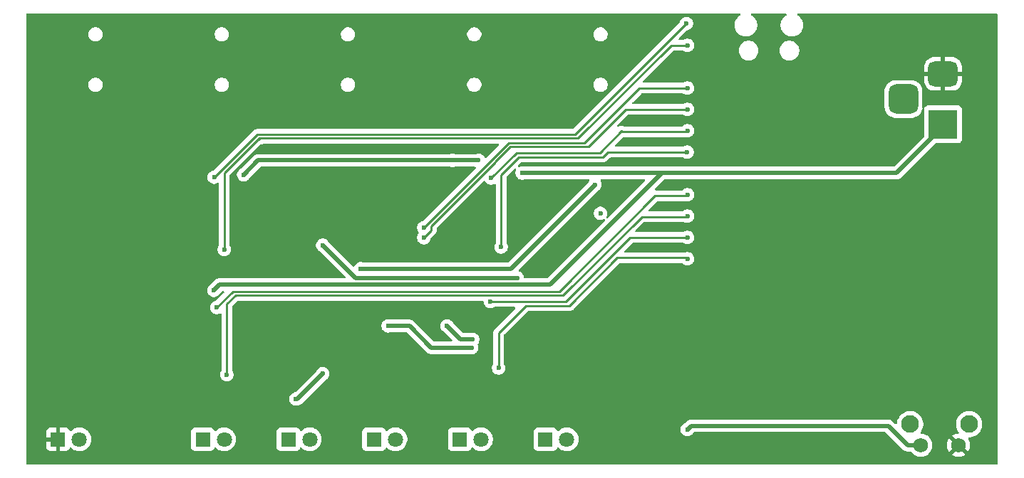
<source format=gbr>
%TF.GenerationSoftware,KiCad,Pcbnew,9.0.2*%
%TF.CreationDate,2025-06-10T03:02:45+08:00*%
%TF.ProjectId,quad_audio_switch,71756164-5f61-4756-9469-6f5f73776974,rev?*%
%TF.SameCoordinates,Original*%
%TF.FileFunction,Copper,L2,Bot*%
%TF.FilePolarity,Positive*%
%FSLAX46Y46*%
G04 Gerber Fmt 4.6, Leading zero omitted, Abs format (unit mm)*
G04 Created by KiCad (PCBNEW 9.0.2) date 2025-06-10 03:02:45*
%MOMM*%
%LPD*%
G01*
G04 APERTURE LIST*
G04 Aperture macros list*
%AMRoundRect*
0 Rectangle with rounded corners*
0 $1 Rounding radius*
0 $2 $3 $4 $5 $6 $7 $8 $9 X,Y pos of 4 corners*
0 Add a 4 corners polygon primitive as box body*
4,1,4,$2,$3,$4,$5,$6,$7,$8,$9,$2,$3,0*
0 Add four circle primitives for the rounded corners*
1,1,$1+$1,$2,$3*
1,1,$1+$1,$4,$5*
1,1,$1+$1,$6,$7*
1,1,$1+$1,$8,$9*
0 Add four rect primitives between the rounded corners*
20,1,$1+$1,$2,$3,$4,$5,0*
20,1,$1+$1,$4,$5,$6,$7,0*
20,1,$1+$1,$6,$7,$8,$9,0*
20,1,$1+$1,$8,$9,$2,$3,0*%
G04 Aperture macros list end*
%TA.AperFunction,ComponentPad*%
%ADD10C,1.800000*%
%TD*%
%TA.AperFunction,ComponentPad*%
%ADD11R,1.800000X1.800000*%
%TD*%
%TA.AperFunction,ComponentPad*%
%ADD12RoundRect,0.875000X-0.875000X0.875000X-0.875000X-0.875000X0.875000X-0.875000X0.875000X0.875000X0*%
%TD*%
%TA.AperFunction,ComponentPad*%
%ADD13RoundRect,0.750000X-1.000000X0.750000X-1.000000X-0.750000X1.000000X-0.750000X1.000000X0.750000X0*%
%TD*%
%TA.AperFunction,ComponentPad*%
%ADD14R,3.500000X3.500000*%
%TD*%
%TA.AperFunction,ComponentPad*%
%ADD15C,2.100000*%
%TD*%
%TA.AperFunction,ComponentPad*%
%ADD16C,1.750000*%
%TD*%
%TA.AperFunction,ViaPad*%
%ADD17C,0.600000*%
%TD*%
%TA.AperFunction,Conductor*%
%ADD18C,0.500000*%
%TD*%
%TA.AperFunction,Conductor*%
%ADD19C,0.254000*%
%TD*%
G04 APERTURE END LIST*
D10*
%TO.P,D6,2,A*%
%TO.N,Net-(D6-A)*%
X101392545Y-108700000D03*
D11*
%TO.P,D6,1,K*%
%TO.N,GND*%
X98852545Y-108700000D03*
%TD*%
D10*
%TO.P,D1,2,A*%
%TO.N,Net-(D1-A)*%
X118580364Y-108700000D03*
D11*
%TO.P,D1,1,K*%
%TO.N,/LED1*%
X116040364Y-108700000D03*
%TD*%
D10*
%TO.P,D2,2,A*%
%TO.N,Net-(D2-A)*%
X128760273Y-108700000D03*
D11*
%TO.P,D2,1,K*%
%TO.N,/LED2*%
X126220273Y-108700000D03*
%TD*%
D10*
%TO.P,D3,2,A*%
%TO.N,Net-(D3-A)*%
X138940182Y-108700000D03*
D11*
%TO.P,D3,1,K*%
%TO.N,/LED3*%
X136400182Y-108700000D03*
%TD*%
D10*
%TO.P,D4,2,A*%
%TO.N,Net-(D4-A)*%
X149120091Y-108700000D03*
D11*
%TO.P,D4,1,K*%
%TO.N,/LED4*%
X146580091Y-108700000D03*
%TD*%
%TO.P,D5,1,K*%
%TO.N,/LED5*%
X156760000Y-108700000D03*
D10*
%TO.P,D5,2,A*%
%TO.N,Net-(D5-A)*%
X159300000Y-108700000D03*
%TD*%
D12*
%TO.P,J11,3*%
%TO.N,N/C*%
X199300000Y-68200000D03*
D13*
%TO.P,J11,2*%
%TO.N,GND*%
X204000000Y-65200000D03*
D14*
%TO.P,J11,1*%
%TO.N,+5V*%
X204000000Y-71200000D03*
%TD*%
D15*
%TO.P,SW1,*%
%TO.N,*%
X207100000Y-106900000D03*
X200090000Y-106899999D03*
D16*
%TO.P,SW1,1,1*%
%TO.N,GND*%
X205850000Y-109389999D03*
%TO.P,SW1,2,2*%
%TO.N,Net-(A1-GPIO15)*%
X201349999Y-109389999D03*
%TD*%
D17*
%TO.N,GND*%
X140800000Y-78800000D03*
X143700000Y-74100000D03*
X144200000Y-77262500D03*
X149300000Y-70600000D03*
X171100000Y-104200000D03*
X176800000Y-103000000D03*
X173620000Y-102450000D03*
X121900000Y-99800000D03*
X122000000Y-100700000D03*
X120205000Y-99937500D03*
X154800000Y-101300000D03*
X152467500Y-99837500D03*
X153900000Y-100200000D03*
X206300000Y-59500000D03*
X207900000Y-77200000D03*
X205300000Y-102900000D03*
X207400000Y-98100000D03*
X207000000Y-90100000D03*
X206600000Y-83100000D03*
X198100000Y-96900000D03*
X199200000Y-91300000D03*
X197200000Y-81000000D03*
X187600000Y-66400000D03*
X185000000Y-70400000D03*
X179400000Y-80200000D03*
X187700000Y-84300000D03*
X179300000Y-85100000D03*
X187400000Y-92500000D03*
X180100000Y-93300000D03*
X186300000Y-99800000D03*
X179400000Y-100600000D03*
X164400000Y-80500000D03*
X160200000Y-83100000D03*
X136000000Y-94100000D03*
X134900000Y-93100000D03*
X134300000Y-86400000D03*
X135900000Y-77300000D03*
X125700000Y-59900000D03*
X136900000Y-70800000D03*
X130500000Y-70500000D03*
X136800000Y-74100000D03*
X131000000Y-74100000D03*
X141800000Y-59800000D03*
X144600000Y-62700000D03*
X155000000Y-59800000D03*
X158400000Y-63900000D03*
X149100000Y-64700000D03*
X149300000Y-81700000D03*
X157200000Y-80800000D03*
%TO.N,*%
X163300000Y-81800000D03*
%TO.N,GND*%
X156200000Y-87600000D03*
X168400000Y-91300000D03*
X162800000Y-96800000D03*
X159600000Y-98500000D03*
X113100000Y-105400000D03*
X124400000Y-106700000D03*
X136000000Y-106600000D03*
X150700000Y-106600000D03*
X144300000Y-106200000D03*
X143600000Y-100500000D03*
X136100000Y-99400000D03*
X141800000Y-93700000D03*
X126500000Y-82100000D03*
X130300000Y-96600000D03*
X128100000Y-98300000D03*
X132600000Y-82000000D03*
X137500000Y-66100000D03*
X131800000Y-63700000D03*
X126400000Y-64100000D03*
X119800000Y-71700000D03*
X110800000Y-65500000D03*
X111400000Y-75400000D03*
X110500000Y-89400000D03*
X108100000Y-102600000D03*
X99000000Y-104100000D03*
X101600000Y-95200000D03*
X108200000Y-79900000D03*
X101600000Y-79700000D03*
X101600000Y-71900000D03*
%TO.N,Net-(A1-GPIO15)*%
X173620000Y-107530000D03*
%TO.N,/L34*%
X153400000Y-89500000D03*
%TO.N,+5V*%
X148900000Y-90300000D03*
X117357500Y-90962500D03*
X145700000Y-75500000D03*
X120900000Y-77200000D03*
X148800000Y-75500000D03*
X154000000Y-77000000D03*
%TO.N,/N*%
X127100000Y-103900000D03*
X130300000Y-100900000D03*
%TO.N,/K5_B*%
X173620000Y-79590000D03*
%TO.N,/K3_A*%
X142300000Y-84700000D03*
%TO.N,/K5_A*%
X173620000Y-82130000D03*
%TO.N,/K4_A*%
X173620000Y-87210000D03*
%TO.N,/N34*%
X138062500Y-95195000D03*
%TO.N,/K1_A*%
X173600000Y-74500000D03*
X151500000Y-85800000D03*
%TO.N,/K3_B*%
X142300000Y-83500000D03*
%TO.N,/R12*%
X134800000Y-88400000D03*
%TO.N,/K5_A*%
X118900000Y-101000000D03*
%TO.N,/R12*%
X162637500Y-78400000D03*
%TO.N,/K4_B*%
X173620000Y-84670000D03*
%TO.N,/K3_A*%
X173620000Y-69430000D03*
%TO.N,/N12*%
X148100000Y-96800000D03*
%TO.N,/K1_B*%
X150300000Y-77600000D03*
%TO.N,/K2_B*%
X173500000Y-59200000D03*
%TO.N,/K3_B*%
X173620000Y-66890000D03*
%TO.N,/K1_B*%
X173620000Y-71970000D03*
%TO.N,/N12*%
X145062500Y-95195000D03*
%TO.N,/K2_A*%
X173620000Y-61810000D03*
X118600000Y-86100000D03*
%TO.N,/N34*%
X148000000Y-97800000D03*
%TO.N,/L34*%
X130300000Y-85600000D03*
%TO.N,/K4_A*%
X151200000Y-100200000D03*
%TO.N,/K4_B*%
X150200000Y-92300000D03*
%TO.N,/K2_B*%
X117400000Y-77500000D03*
%TO.N,/K5_B*%
X117700000Y-93000000D03*
%TD*%
D18*
%TO.N,Net-(A1-GPIO15)*%
X201349999Y-109389999D02*
X199800000Y-109389999D01*
X199800000Y-109389999D02*
X197500000Y-107089999D01*
X197500000Y-107089999D02*
X174060001Y-107089999D01*
X174060001Y-107089999D02*
X173620000Y-107530000D01*
%TO.N,+5V*%
X198500000Y-77000000D02*
X170600000Y-77000000D01*
X148900000Y-90300000D02*
X157300000Y-90300000D01*
X157300000Y-90300000D02*
X170600000Y-77000000D01*
%TO.N,/L34*%
X153400000Y-89500000D02*
X134200000Y-89500000D01*
X134200000Y-89500000D02*
X130300000Y-85600000D01*
%TO.N,+5V*%
X118020000Y-90300000D02*
X148900000Y-90300000D01*
X117357500Y-90962500D02*
X118020000Y-90300000D01*
X148800000Y-75500000D02*
X145700000Y-75500000D01*
X122600000Y-75500000D02*
X120900000Y-77200000D01*
X145700000Y-75500000D02*
X122600000Y-75500000D01*
X170600000Y-77000000D02*
X154000000Y-77000000D01*
X204000000Y-71500000D02*
X198500000Y-77000000D01*
%TO.N,/N*%
X127100000Y-103900000D02*
X127300000Y-103900000D01*
X127300000Y-103900000D02*
X130300000Y-100900000D01*
D19*
%TO.N,/K5_B*%
X117700000Y-93000000D02*
X119600000Y-91100000D01*
%TO.N,/K5_A*%
X118900000Y-92600000D02*
X119945000Y-91555000D01*
%TO.N,/K4_A*%
X154400000Y-92800000D02*
X159600000Y-92800000D01*
%TO.N,/K3_B*%
X142300000Y-83500000D02*
X152400000Y-73400000D01*
D18*
%TO.N,/R12*%
X134800000Y-88400000D02*
X152637500Y-88400000D01*
D19*
%TO.N,/K5_B*%
X158400000Y-91100000D02*
X169800000Y-79700000D01*
%TO.N,/K3_A*%
X143200000Y-83800000D02*
X143200000Y-83300000D01*
%TO.N,/K1_A*%
X163600000Y-75100000D02*
X164200000Y-74500000D01*
%TO.N,/K3_B*%
X167900000Y-66900000D02*
X173610000Y-66900000D01*
%TO.N,/K3_A*%
X150800000Y-75643468D02*
X152588468Y-73855000D01*
X150800000Y-75700000D02*
X150800000Y-75643468D01*
%TO.N,/K3_B*%
X152400000Y-73400000D02*
X161400000Y-73400000D01*
%TO.N,/K5_A*%
X158845000Y-91555000D02*
X168200000Y-82200000D01*
%TO.N,/K1_A*%
X151500000Y-85800000D02*
X151500000Y-77200000D01*
%TO.N,/K5_B*%
X119600000Y-91100000D02*
X158400000Y-91100000D01*
%TO.N,/K2_A*%
X122600000Y-73000000D02*
X122800000Y-73000000D01*
%TO.N,/K4_B*%
X166830000Y-84670000D02*
X173620000Y-84670000D01*
%TO.N,/K3_A*%
X166270000Y-69430000D02*
X173620000Y-69430000D01*
%TO.N,/K4_A*%
X165300000Y-87100000D02*
X173510000Y-87100000D01*
D18*
%TO.N,/R12*%
X152637500Y-88400000D02*
X162637500Y-78400000D01*
D19*
%TO.N,/K4_A*%
X151200000Y-100200000D02*
X151200000Y-96000000D01*
X159600000Y-92800000D02*
X165300000Y-87100000D01*
%TO.N,/K2_B*%
X160300000Y-72400000D02*
X173500000Y-59200000D01*
%TO.N,/K1_A*%
X164200000Y-74500000D02*
X173600000Y-74500000D01*
X151500000Y-77200000D02*
X153600000Y-75100000D01*
%TO.N,/K5_B*%
X169800000Y-79700000D02*
X173510000Y-79700000D01*
%TO.N,/K2_A*%
X122600000Y-73000000D02*
X122745000Y-72855000D01*
%TO.N,/K1_A*%
X153600000Y-75100000D02*
X163600000Y-75100000D01*
%TO.N,/K1_B*%
X153300000Y-74600000D02*
X163200000Y-74600000D01*
X173490000Y-72100000D02*
X173620000Y-71970000D01*
%TO.N,/K2_A*%
X160645000Y-72855000D02*
X171690000Y-61810000D01*
%TO.N,/K5_A*%
X119945000Y-91555000D02*
X158845000Y-91555000D01*
%TO.N,/K4_A*%
X151200000Y-96000000D02*
X154400000Y-92800000D01*
%TO.N,/K3_A*%
X152588468Y-73855000D02*
X161845000Y-73855000D01*
X161845000Y-73855000D02*
X166270000Y-69430000D01*
X142300000Y-84700000D02*
X143200000Y-83800000D01*
%TO.N,/K5_A*%
X173550000Y-82200000D02*
X173620000Y-82130000D01*
%TO.N,/K2_A*%
X118600000Y-77000000D02*
X122600000Y-73000000D01*
D18*
%TO.N,/N34*%
X148000000Y-97800000D02*
X143200000Y-97800000D01*
X140595000Y-95195000D02*
X138062500Y-95195000D01*
D19*
%TO.N,/K5_B*%
X173510000Y-79700000D02*
X173620000Y-79590000D01*
%TO.N,/K2_A*%
X122745000Y-72855000D02*
X160645000Y-72855000D01*
%TO.N,/K5_A*%
X168200000Y-82200000D02*
X173550000Y-82200000D01*
%TO.N,/K1_B*%
X165800000Y-72000000D02*
X165900000Y-72100000D01*
%TO.N,/K2_A*%
X118600000Y-86100000D02*
X118600000Y-77000000D01*
D18*
%TO.N,/N12*%
X146667500Y-96800000D02*
X145062500Y-95195000D01*
D19*
%TO.N,/K1_B*%
X165900000Y-72100000D02*
X173490000Y-72100000D01*
%TO.N,/K3_B*%
X173610000Y-66900000D02*
X173620000Y-66890000D01*
D18*
%TO.N,/N12*%
X148100000Y-96800000D02*
X146667500Y-96800000D01*
D19*
%TO.N,/K2_A*%
X171690000Y-61810000D02*
X173620000Y-61810000D01*
%TO.N,/K4_B*%
X150200000Y-92300000D02*
X159200000Y-92300000D01*
X159200000Y-92300000D02*
X166830000Y-84670000D01*
%TO.N,/K2_B*%
X122500000Y-72400000D02*
X160300000Y-72400000D01*
%TO.N,/K3_B*%
X161400000Y-73400000D02*
X167900000Y-66900000D01*
%TO.N,/K1_B*%
X150300000Y-77600000D02*
X153300000Y-74600000D01*
%TO.N,/K2_B*%
X117400000Y-77500000D02*
X122500000Y-72400000D01*
%TO.N,/K4_A*%
X173510000Y-87100000D02*
X173620000Y-87210000D01*
%TO.N,/K3_A*%
X143200000Y-83300000D02*
X150800000Y-75700000D01*
%TO.N,/K1_B*%
X163200000Y-74600000D02*
X165800000Y-72000000D01*
%TO.N,/K5_A*%
X118900000Y-101000000D02*
X118900000Y-92600000D01*
D18*
%TO.N,/N34*%
X143200000Y-97800000D02*
X140595000Y-95195000D01*
%TD*%
%TA.AperFunction,Conductor*%
%TO.N,GND*%
G36*
X168555810Y-77770185D02*
G01*
X168601565Y-77822989D01*
X168611509Y-77892147D01*
X168582484Y-77955703D01*
X168576452Y-77962181D01*
X164194732Y-82343899D01*
X164133409Y-82377384D01*
X164063717Y-82372400D01*
X164007784Y-82330528D01*
X163983367Y-82265064D01*
X163998219Y-82196791D01*
X164003954Y-82187320D01*
X164009391Y-82179183D01*
X164009394Y-82179179D01*
X164069737Y-82033497D01*
X164100500Y-81878842D01*
X164100500Y-81721158D01*
X164100500Y-81721155D01*
X164100499Y-81721153D01*
X164069738Y-81566510D01*
X164069737Y-81566503D01*
X164045592Y-81508211D01*
X164009397Y-81420827D01*
X164009390Y-81420814D01*
X163921789Y-81289711D01*
X163921786Y-81289707D01*
X163810292Y-81178213D01*
X163810288Y-81178210D01*
X163679185Y-81090609D01*
X163679172Y-81090602D01*
X163533501Y-81030264D01*
X163533489Y-81030261D01*
X163378845Y-80999500D01*
X163378842Y-80999500D01*
X163221158Y-80999500D01*
X163221155Y-80999500D01*
X163066510Y-81030261D01*
X163066498Y-81030264D01*
X162920827Y-81090602D01*
X162920814Y-81090609D01*
X162789711Y-81178210D01*
X162789707Y-81178213D01*
X162678213Y-81289707D01*
X162678210Y-81289711D01*
X162590609Y-81420814D01*
X162590602Y-81420827D01*
X162530264Y-81566498D01*
X162530261Y-81566510D01*
X162499500Y-81721153D01*
X162499500Y-81878846D01*
X162530261Y-82033489D01*
X162530264Y-82033501D01*
X162590602Y-82179172D01*
X162590609Y-82179185D01*
X162678210Y-82310288D01*
X162678213Y-82310292D01*
X162789707Y-82421786D01*
X162789711Y-82421789D01*
X162920814Y-82509390D01*
X162920827Y-82509397D01*
X163027368Y-82553527D01*
X163066503Y-82569737D01*
X163221153Y-82600499D01*
X163221156Y-82600500D01*
X163221158Y-82600500D01*
X163378844Y-82600500D01*
X163378845Y-82600499D01*
X163533497Y-82569737D01*
X163679179Y-82509394D01*
X163687320Y-82503953D01*
X163753996Y-82483071D01*
X163821377Y-82501551D01*
X163868071Y-82553527D01*
X163879252Y-82622496D01*
X163851371Y-82686561D01*
X163843899Y-82694732D01*
X157025451Y-89513181D01*
X156964128Y-89546666D01*
X156937770Y-89549500D01*
X154324500Y-89549500D01*
X154257461Y-89529815D01*
X154211706Y-89477011D01*
X154200500Y-89425500D01*
X154200500Y-89421155D01*
X154200499Y-89421153D01*
X154169738Y-89266510D01*
X154169737Y-89266503D01*
X154169735Y-89266498D01*
X154109397Y-89120827D01*
X154109390Y-89120814D01*
X154021789Y-88989711D01*
X154021786Y-88989707D01*
X153910292Y-88878213D01*
X153910288Y-88878210D01*
X153779185Y-88790609D01*
X153779172Y-88790602D01*
X153633494Y-88730261D01*
X153628222Y-88728662D01*
X153569786Y-88690361D01*
X153541333Y-88626547D01*
X153551898Y-88557481D01*
X153576541Y-88522326D01*
X162952795Y-79146070D01*
X162993019Y-79119193D01*
X163016679Y-79109394D01*
X163147789Y-79021789D01*
X163259289Y-78910289D01*
X163346894Y-78779179D01*
X163407237Y-78633497D01*
X163438000Y-78478842D01*
X163438000Y-78321158D01*
X163438000Y-78321155D01*
X163437999Y-78321153D01*
X163435588Y-78309030D01*
X163407237Y-78166503D01*
X163373355Y-78084704D01*
X163346897Y-78020827D01*
X163346895Y-78020823D01*
X163346894Y-78020821D01*
X163307712Y-77962181D01*
X163295157Y-77943391D01*
X163274279Y-77876714D01*
X163292763Y-77809334D01*
X163344742Y-77762643D01*
X163398259Y-77750500D01*
X168488771Y-77750500D01*
X168555810Y-77770185D01*
G37*
%TD.AperFunction*%
%TA.AperFunction,Conductor*%
G36*
X179907484Y-58020185D02*
G01*
X179953239Y-58072989D01*
X179963183Y-58142147D01*
X179934158Y-58205703D01*
X179896739Y-58234985D01*
X179877182Y-58244949D01*
X179705213Y-58369890D01*
X179554890Y-58520213D01*
X179429951Y-58692179D01*
X179333444Y-58881585D01*
X179267753Y-59083760D01*
X179234500Y-59293713D01*
X179234500Y-59506286D01*
X179267753Y-59716239D01*
X179333444Y-59918414D01*
X179429951Y-60107820D01*
X179554890Y-60279786D01*
X179705213Y-60430109D01*
X179877179Y-60555048D01*
X179877181Y-60555049D01*
X179877184Y-60555051D01*
X180066588Y-60651557D01*
X180268757Y-60717246D01*
X180478713Y-60750500D01*
X180478714Y-60750500D01*
X180691286Y-60750500D01*
X180691287Y-60750500D01*
X180901243Y-60717246D01*
X181103412Y-60651557D01*
X181292816Y-60555051D01*
X181314789Y-60539086D01*
X181464786Y-60430109D01*
X181464788Y-60430106D01*
X181464792Y-60430104D01*
X181615104Y-60279792D01*
X181615106Y-60279788D01*
X181615109Y-60279786D01*
X181740048Y-60107820D01*
X181740047Y-60107820D01*
X181740051Y-60107816D01*
X181836557Y-59918412D01*
X181902246Y-59716243D01*
X181935500Y-59506287D01*
X181935500Y-59293713D01*
X181902246Y-59083757D01*
X181836557Y-58881588D01*
X181740051Y-58692184D01*
X181740049Y-58692181D01*
X181740048Y-58692179D01*
X181615109Y-58520213D01*
X181464786Y-58369890D01*
X181292817Y-58244949D01*
X181273261Y-58234985D01*
X181222464Y-58187011D01*
X181205669Y-58119190D01*
X181228206Y-58053055D01*
X181282921Y-58009603D01*
X181329555Y-58000500D01*
X185290445Y-58000500D01*
X185357484Y-58020185D01*
X185403239Y-58072989D01*
X185413183Y-58142147D01*
X185384158Y-58205703D01*
X185346739Y-58234985D01*
X185327182Y-58244949D01*
X185155213Y-58369890D01*
X185004890Y-58520213D01*
X184879951Y-58692179D01*
X184783444Y-58881585D01*
X184717753Y-59083760D01*
X184684500Y-59293713D01*
X184684500Y-59506286D01*
X184717753Y-59716239D01*
X184783444Y-59918414D01*
X184879951Y-60107820D01*
X185004890Y-60279786D01*
X185155213Y-60430109D01*
X185327179Y-60555048D01*
X185327181Y-60555049D01*
X185327184Y-60555051D01*
X185516588Y-60651557D01*
X185718757Y-60717246D01*
X185928713Y-60750500D01*
X185928714Y-60750500D01*
X186141286Y-60750500D01*
X186141287Y-60750500D01*
X186351243Y-60717246D01*
X186553412Y-60651557D01*
X186742816Y-60555051D01*
X186764789Y-60539086D01*
X186914786Y-60430109D01*
X186914788Y-60430106D01*
X186914792Y-60430104D01*
X187065104Y-60279792D01*
X187065106Y-60279788D01*
X187065109Y-60279786D01*
X187190048Y-60107820D01*
X187190047Y-60107820D01*
X187190051Y-60107816D01*
X187286557Y-59918412D01*
X187352246Y-59716243D01*
X187385500Y-59506287D01*
X187385500Y-59293713D01*
X187352246Y-59083757D01*
X187286557Y-58881588D01*
X187190051Y-58692184D01*
X187190049Y-58692181D01*
X187190048Y-58692179D01*
X187065109Y-58520213D01*
X186914786Y-58369890D01*
X186742817Y-58244949D01*
X186723261Y-58234985D01*
X186672464Y-58187011D01*
X186655669Y-58119190D01*
X186678206Y-58053055D01*
X186732921Y-58009603D01*
X186779555Y-58000500D01*
X210375500Y-58000500D01*
X210442539Y-58020185D01*
X210488294Y-58072989D01*
X210499500Y-58124500D01*
X210499500Y-111575500D01*
X210479815Y-111642539D01*
X210427011Y-111688294D01*
X210375500Y-111699500D01*
X95224500Y-111699500D01*
X95157461Y-111679815D01*
X95111706Y-111627011D01*
X95100500Y-111575500D01*
X95100500Y-107752155D01*
X97452545Y-107752155D01*
X97452545Y-108450000D01*
X98477267Y-108450000D01*
X98433212Y-108526306D01*
X98402545Y-108640756D01*
X98402545Y-108759244D01*
X98433212Y-108873694D01*
X98477267Y-108950000D01*
X97452545Y-108950000D01*
X97452545Y-109647844D01*
X97458946Y-109707372D01*
X97458948Y-109707379D01*
X97509190Y-109842086D01*
X97509194Y-109842093D01*
X97595354Y-109957187D01*
X97595357Y-109957190D01*
X97710451Y-110043350D01*
X97710458Y-110043354D01*
X97845165Y-110093596D01*
X97845172Y-110093598D01*
X97904700Y-110099999D01*
X97904717Y-110100000D01*
X98602545Y-110100000D01*
X98602545Y-109075277D01*
X98678851Y-109119333D01*
X98793301Y-109150000D01*
X98911789Y-109150000D01*
X99026239Y-109119333D01*
X99102545Y-109075277D01*
X99102545Y-110100000D01*
X99800373Y-110100000D01*
X99800389Y-110099999D01*
X99859917Y-110093598D01*
X99859924Y-110093596D01*
X99994631Y-110043354D01*
X99994638Y-110043350D01*
X100109732Y-109957190D01*
X100109735Y-109957187D01*
X100195895Y-109842093D01*
X100195899Y-109842086D01*
X100225758Y-109762031D01*
X100267629Y-109706097D01*
X100333093Y-109681680D01*
X100401366Y-109696531D01*
X100429621Y-109717683D01*
X100480181Y-109768243D01*
X100480186Y-109768247D01*
X100582148Y-109842326D01*
X100658523Y-109897815D01*
X100786920Y-109963237D01*
X100854938Y-109997895D01*
X100854941Y-109997896D01*
X100959766Y-110031955D01*
X101064594Y-110066015D01*
X101282323Y-110100500D01*
X101282324Y-110100500D01*
X101502766Y-110100500D01*
X101502767Y-110100500D01*
X101720496Y-110066015D01*
X101930151Y-109997895D01*
X102126567Y-109897815D01*
X102304910Y-109768242D01*
X102460787Y-109612365D01*
X102590360Y-109434022D01*
X102690440Y-109237606D01*
X102758560Y-109027951D01*
X102793045Y-108810222D01*
X102793045Y-108589778D01*
X102758560Y-108372049D01*
X102721123Y-108256829D01*
X102690441Y-108162396D01*
X102690440Y-108162393D01*
X102649811Y-108082656D01*
X102590360Y-107965978D01*
X102549750Y-107910083D01*
X102485531Y-107821691D01*
X102460792Y-107787641D01*
X102460788Y-107787636D01*
X102425287Y-107752135D01*
X114639864Y-107752135D01*
X114639864Y-109647870D01*
X114639865Y-109647876D01*
X114646272Y-109707483D01*
X114696566Y-109842328D01*
X114696570Y-109842335D01*
X114782816Y-109957544D01*
X114782819Y-109957547D01*
X114898028Y-110043793D01*
X114898035Y-110043797D01*
X115032881Y-110094091D01*
X115032880Y-110094091D01*
X115039808Y-110094835D01*
X115092491Y-110100500D01*
X116988236Y-110100499D01*
X117047847Y-110094091D01*
X117182695Y-110043796D01*
X117297910Y-109957546D01*
X117384160Y-109842331D01*
X117384249Y-109842093D01*
X117413965Y-109762420D01*
X117455835Y-109706486D01*
X117521300Y-109682068D01*
X117589573Y-109696919D01*
X117617828Y-109718071D01*
X117668000Y-109768243D01*
X117668005Y-109768247D01*
X117769967Y-109842326D01*
X117846342Y-109897815D01*
X117974739Y-109963237D01*
X118042757Y-109997895D01*
X118042760Y-109997896D01*
X118147585Y-110031955D01*
X118252413Y-110066015D01*
X118470142Y-110100500D01*
X118470143Y-110100500D01*
X118690585Y-110100500D01*
X118690586Y-110100500D01*
X118908315Y-110066015D01*
X119117970Y-109997895D01*
X119314386Y-109897815D01*
X119492729Y-109768242D01*
X119648606Y-109612365D01*
X119778179Y-109434022D01*
X119878259Y-109237606D01*
X119946379Y-109027951D01*
X119980864Y-108810222D01*
X119980864Y-108589778D01*
X119946379Y-108372049D01*
X119908942Y-108256829D01*
X119878260Y-108162396D01*
X119878259Y-108162393D01*
X119837630Y-108082656D01*
X119778179Y-107965978D01*
X119737569Y-107910083D01*
X119673350Y-107821691D01*
X119648611Y-107787641D01*
X119648607Y-107787636D01*
X119613106Y-107752135D01*
X124819773Y-107752135D01*
X124819773Y-109647870D01*
X124819774Y-109647876D01*
X124826181Y-109707483D01*
X124876475Y-109842328D01*
X124876479Y-109842335D01*
X124962725Y-109957544D01*
X124962728Y-109957547D01*
X125077937Y-110043793D01*
X125077944Y-110043797D01*
X125212790Y-110094091D01*
X125212789Y-110094091D01*
X125219717Y-110094835D01*
X125272400Y-110100500D01*
X127168145Y-110100499D01*
X127227756Y-110094091D01*
X127362604Y-110043796D01*
X127477819Y-109957546D01*
X127564069Y-109842331D01*
X127564158Y-109842093D01*
X127593874Y-109762420D01*
X127635744Y-109706486D01*
X127701209Y-109682068D01*
X127769482Y-109696919D01*
X127797737Y-109718071D01*
X127847909Y-109768243D01*
X127847914Y-109768247D01*
X127949876Y-109842326D01*
X128026251Y-109897815D01*
X128154648Y-109963237D01*
X128222666Y-109997895D01*
X128222669Y-109997896D01*
X128327494Y-110031955D01*
X128432322Y-110066015D01*
X128650051Y-110100500D01*
X128650052Y-110100500D01*
X128870494Y-110100500D01*
X128870495Y-110100500D01*
X129088224Y-110066015D01*
X129297879Y-109997895D01*
X129494295Y-109897815D01*
X129672638Y-109768242D01*
X129828515Y-109612365D01*
X129958088Y-109434022D01*
X130058168Y-109237606D01*
X130126288Y-109027951D01*
X130160773Y-108810222D01*
X130160773Y-108589778D01*
X130126288Y-108372049D01*
X130088851Y-108256829D01*
X130058169Y-108162396D01*
X130058168Y-108162393D01*
X130017539Y-108082656D01*
X129958088Y-107965978D01*
X129917478Y-107910083D01*
X129853259Y-107821691D01*
X129828520Y-107787641D01*
X129828516Y-107787636D01*
X129793015Y-107752135D01*
X134999682Y-107752135D01*
X134999682Y-109647870D01*
X134999683Y-109647876D01*
X135006090Y-109707483D01*
X135056384Y-109842328D01*
X135056388Y-109842335D01*
X135142634Y-109957544D01*
X135142637Y-109957547D01*
X135257846Y-110043793D01*
X135257853Y-110043797D01*
X135392699Y-110094091D01*
X135392698Y-110094091D01*
X135399626Y-110094835D01*
X135452309Y-110100500D01*
X137348054Y-110100499D01*
X137407665Y-110094091D01*
X137542513Y-110043796D01*
X137657728Y-109957546D01*
X137743978Y-109842331D01*
X137744067Y-109842093D01*
X137773783Y-109762420D01*
X137815653Y-109706486D01*
X137881118Y-109682068D01*
X137949391Y-109696919D01*
X137977646Y-109718071D01*
X138027818Y-109768243D01*
X138027823Y-109768247D01*
X138129785Y-109842326D01*
X138206160Y-109897815D01*
X138334557Y-109963237D01*
X138402575Y-109997895D01*
X138402578Y-109997896D01*
X138507403Y-110031955D01*
X138612231Y-110066015D01*
X138829960Y-110100500D01*
X138829961Y-110100500D01*
X139050403Y-110100500D01*
X139050404Y-110100500D01*
X139268133Y-110066015D01*
X139477788Y-109997895D01*
X139674204Y-109897815D01*
X139852547Y-109768242D01*
X140008424Y-109612365D01*
X140137997Y-109434022D01*
X140238077Y-109237606D01*
X140306197Y-109027951D01*
X140340682Y-108810222D01*
X140340682Y-108589778D01*
X140306197Y-108372049D01*
X140268760Y-108256829D01*
X140238078Y-108162396D01*
X140238077Y-108162393D01*
X140197448Y-108082656D01*
X140137997Y-107965978D01*
X140097387Y-107910083D01*
X140033168Y-107821691D01*
X140008429Y-107787641D01*
X140008425Y-107787636D01*
X139972924Y-107752135D01*
X145179591Y-107752135D01*
X145179591Y-109647870D01*
X145179592Y-109647876D01*
X145185999Y-109707483D01*
X145236293Y-109842328D01*
X145236297Y-109842335D01*
X145322543Y-109957544D01*
X145322546Y-109957547D01*
X145437755Y-110043793D01*
X145437762Y-110043797D01*
X145572608Y-110094091D01*
X145572607Y-110094091D01*
X145579535Y-110094835D01*
X145632218Y-110100500D01*
X147527963Y-110100499D01*
X147587574Y-110094091D01*
X147722422Y-110043796D01*
X147837637Y-109957546D01*
X147923887Y-109842331D01*
X147923976Y-109842093D01*
X147953692Y-109762420D01*
X147995562Y-109706486D01*
X148061027Y-109682068D01*
X148129300Y-109696919D01*
X148157555Y-109718071D01*
X148207727Y-109768243D01*
X148207732Y-109768247D01*
X148309694Y-109842326D01*
X148386069Y-109897815D01*
X148514466Y-109963237D01*
X148582484Y-109997895D01*
X148582487Y-109997896D01*
X148687312Y-110031955D01*
X148792140Y-110066015D01*
X149009869Y-110100500D01*
X149009870Y-110100500D01*
X149230312Y-110100500D01*
X149230313Y-110100500D01*
X149448042Y-110066015D01*
X149657697Y-109997895D01*
X149854113Y-109897815D01*
X150032456Y-109768242D01*
X150188333Y-109612365D01*
X150317906Y-109434022D01*
X150417986Y-109237606D01*
X150486106Y-109027951D01*
X150520591Y-108810222D01*
X150520591Y-108589778D01*
X150486106Y-108372049D01*
X150448669Y-108256829D01*
X150417987Y-108162396D01*
X150417986Y-108162393D01*
X150377357Y-108082656D01*
X150317906Y-107965978D01*
X150277296Y-107910083D01*
X150213077Y-107821691D01*
X150188338Y-107787641D01*
X150188334Y-107787636D01*
X150152833Y-107752135D01*
X155359500Y-107752135D01*
X155359500Y-109647870D01*
X155359501Y-109647876D01*
X155365908Y-109707483D01*
X155416202Y-109842328D01*
X155416206Y-109842335D01*
X155502452Y-109957544D01*
X155502455Y-109957547D01*
X155617664Y-110043793D01*
X155617671Y-110043797D01*
X155752517Y-110094091D01*
X155752516Y-110094091D01*
X155759444Y-110094835D01*
X155812127Y-110100500D01*
X157707872Y-110100499D01*
X157767483Y-110094091D01*
X157902331Y-110043796D01*
X158017546Y-109957546D01*
X158103796Y-109842331D01*
X158103885Y-109842093D01*
X158133601Y-109762420D01*
X158175471Y-109706486D01*
X158240936Y-109682068D01*
X158309209Y-109696919D01*
X158337464Y-109718071D01*
X158387636Y-109768243D01*
X158387641Y-109768247D01*
X158489603Y-109842326D01*
X158565978Y-109897815D01*
X158694375Y-109963237D01*
X158762393Y-109997895D01*
X158762396Y-109997896D01*
X158867221Y-110031955D01*
X158972049Y-110066015D01*
X159189778Y-110100500D01*
X159189779Y-110100500D01*
X159410221Y-110100500D01*
X159410222Y-110100500D01*
X159627951Y-110066015D01*
X159837606Y-109997895D01*
X160034022Y-109897815D01*
X160212365Y-109768242D01*
X160368242Y-109612365D01*
X160497815Y-109434022D01*
X160597895Y-109237606D01*
X160666015Y-109027951D01*
X160700500Y-108810222D01*
X160700500Y-108589778D01*
X160666015Y-108372049D01*
X160628578Y-108256829D01*
X160597896Y-108162396D01*
X160597895Y-108162393D01*
X160557266Y-108082656D01*
X160497815Y-107965978D01*
X160457205Y-107910083D01*
X160368247Y-107787641D01*
X160368243Y-107787636D01*
X160212363Y-107631756D01*
X160212358Y-107631752D01*
X160093505Y-107545400D01*
X160093482Y-107545385D01*
X160034021Y-107502184D01*
X159933869Y-107451153D01*
X172819500Y-107451153D01*
X172819500Y-107608846D01*
X172850261Y-107763489D01*
X172850264Y-107763501D01*
X172910602Y-107909172D01*
X172910609Y-107909185D01*
X172998210Y-108040288D01*
X172998213Y-108040292D01*
X173109707Y-108151786D01*
X173109711Y-108151789D01*
X173240814Y-108239390D01*
X173240827Y-108239397D01*
X173386498Y-108299735D01*
X173386503Y-108299737D01*
X173541153Y-108330499D01*
X173541156Y-108330500D01*
X173541158Y-108330500D01*
X173698844Y-108330500D01*
X173698845Y-108330499D01*
X173853497Y-108299737D01*
X173999179Y-108239394D01*
X174130289Y-108151789D01*
X174241789Y-108040289D01*
X174329394Y-107909179D01*
X174329397Y-107909172D01*
X174331069Y-107906046D01*
X174332377Y-107904714D01*
X174332779Y-107904113D01*
X174332892Y-107904189D01*
X174380031Y-107856202D01*
X174440427Y-107840499D01*
X197137770Y-107840499D01*
X197204809Y-107860184D01*
X197225451Y-107876818D01*
X199321580Y-109972947D01*
X199321584Y-109972950D01*
X199444498Y-110055079D01*
X199444511Y-110055086D01*
X199579303Y-110110918D01*
X199581087Y-110111657D01*
X199581091Y-110111657D01*
X199581092Y-110111658D01*
X199726079Y-110140499D01*
X199726082Y-110140499D01*
X199873917Y-110140499D01*
X200131877Y-110140499D01*
X200198916Y-110160184D01*
X200232193Y-110191611D01*
X200300827Y-110286077D01*
X200453921Y-110439171D01*
X200629080Y-110566432D01*
X200723696Y-110614641D01*
X200821989Y-110664725D01*
X200821992Y-110664726D01*
X200924946Y-110698177D01*
X201027902Y-110731629D01*
X201241745Y-110765499D01*
X201241746Y-110765499D01*
X201458252Y-110765499D01*
X201458253Y-110765499D01*
X201672096Y-110731629D01*
X201878008Y-110664725D01*
X202070918Y-110566432D01*
X202246077Y-110439171D01*
X202399171Y-110286077D01*
X202526432Y-110110918D01*
X202624725Y-109918008D01*
X202691629Y-109712096D01*
X202725499Y-109498253D01*
X202725499Y-109281778D01*
X204475000Y-109281778D01*
X204475000Y-109498219D01*
X204508857Y-109711980D01*
X204575735Y-109917813D01*
X204575736Y-109917816D01*
X204673996Y-110110659D01*
X204716829Y-110169614D01*
X204716830Y-110169615D01*
X205371119Y-109515326D01*
X205388734Y-109581062D01*
X205453902Y-109693936D01*
X205546063Y-109786097D01*
X205658937Y-109851265D01*
X205724672Y-109868879D01*
X205070382Y-110523167D01*
X205129342Y-110566004D01*
X205322182Y-110664262D01*
X205322185Y-110664263D01*
X205528018Y-110731141D01*
X205741780Y-110764999D01*
X205958220Y-110764999D01*
X206171981Y-110731141D01*
X206377814Y-110664263D01*
X206377817Y-110664262D01*
X206570656Y-110566005D01*
X206629615Y-110523167D01*
X206629616Y-110523167D01*
X205975327Y-109868879D01*
X206041063Y-109851265D01*
X206153937Y-109786097D01*
X206246098Y-109693936D01*
X206311266Y-109581062D01*
X206328880Y-109515325D01*
X206983168Y-110169615D01*
X206983168Y-110169614D01*
X207026006Y-110110655D01*
X207124263Y-109917816D01*
X207124264Y-109917813D01*
X207191142Y-109711980D01*
X207225000Y-109498219D01*
X207225000Y-109281778D01*
X207191142Y-109068017D01*
X207124264Y-108862184D01*
X207124263Y-108862181D01*
X207026003Y-108669338D01*
X207010054Y-108647385D01*
X206986574Y-108581579D01*
X207002399Y-108513525D01*
X207052505Y-108464830D01*
X207110372Y-108450500D01*
X207222026Y-108450500D01*
X207222027Y-108450500D01*
X207463076Y-108412321D01*
X207695185Y-108336904D01*
X207912639Y-108226106D01*
X208110083Y-108082655D01*
X208282655Y-107910083D01*
X208426106Y-107712639D01*
X208536904Y-107495185D01*
X208612321Y-107263076D01*
X208650500Y-107022027D01*
X208650500Y-106777973D01*
X208612321Y-106536924D01*
X208536904Y-106304815D01*
X208426106Y-106087361D01*
X208407779Y-106062136D01*
X208282660Y-105889923D01*
X208282656Y-105889918D01*
X208110081Y-105717343D01*
X208110076Y-105717339D01*
X207912642Y-105573896D01*
X207912641Y-105573895D01*
X207912639Y-105573894D01*
X207695185Y-105463096D01*
X207463076Y-105387679D01*
X207463074Y-105387678D01*
X207463072Y-105387678D01*
X207294769Y-105361021D01*
X207222027Y-105349500D01*
X206977973Y-105349500D01*
X206922093Y-105358350D01*
X206736927Y-105387678D01*
X206504812Y-105463097D01*
X206287357Y-105573896D01*
X206089923Y-105717339D01*
X206089918Y-105717343D01*
X205917343Y-105889918D01*
X205917339Y-105889923D01*
X205773896Y-106087357D01*
X205663097Y-106304812D01*
X205587678Y-106536927D01*
X205549500Y-106777971D01*
X205549500Y-106777973D01*
X205549500Y-107022027D01*
X205587679Y-107263076D01*
X205663096Y-107495185D01*
X205773893Y-107712638D01*
X205773896Y-107712642D01*
X205850525Y-107818114D01*
X205874005Y-107883920D01*
X205858179Y-107951974D01*
X205808074Y-108000669D01*
X205750207Y-108014999D01*
X205741780Y-108014999D01*
X205528018Y-108048856D01*
X205322185Y-108115734D01*
X205322182Y-108115735D01*
X205129346Y-108213991D01*
X205070383Y-108256829D01*
X205724673Y-108911118D01*
X205658937Y-108928733D01*
X205546063Y-108993901D01*
X205453902Y-109086062D01*
X205388734Y-109198936D01*
X205371119Y-109264671D01*
X204716830Y-108610382D01*
X204673992Y-108669345D01*
X204575736Y-108862181D01*
X204575735Y-108862184D01*
X204508857Y-109068017D01*
X204475000Y-109281778D01*
X202725499Y-109281778D01*
X202725499Y-109281745D01*
X202691629Y-109067902D01*
X202624725Y-108861990D01*
X202624725Y-108861989D01*
X202526431Y-108669079D01*
X202399171Y-108493921D01*
X202246077Y-108340827D01*
X202070918Y-108213566D01*
X201878008Y-108115272D01*
X201878005Y-108115271D01*
X201672097Y-108048369D01*
X201565174Y-108031434D01*
X201458253Y-108014499D01*
X201440155Y-108014499D01*
X201373116Y-107994814D01*
X201327361Y-107942010D01*
X201317417Y-107872852D01*
X201339837Y-107817614D01*
X201379155Y-107763497D01*
X201416106Y-107712638D01*
X201526904Y-107495184D01*
X201602321Y-107263075D01*
X201640500Y-107022026D01*
X201640500Y-106777972D01*
X201602321Y-106536923D01*
X201526904Y-106304814D01*
X201416106Y-106087360D01*
X201397779Y-106062135D01*
X201272660Y-105889922D01*
X201272656Y-105889917D01*
X201100081Y-105717342D01*
X201100076Y-105717338D01*
X200902642Y-105573895D01*
X200902641Y-105573894D01*
X200902639Y-105573893D01*
X200685185Y-105463095D01*
X200453076Y-105387678D01*
X200453074Y-105387677D01*
X200453072Y-105387677D01*
X200284769Y-105361020D01*
X200212027Y-105349499D01*
X199967973Y-105349499D01*
X199912093Y-105358349D01*
X199726927Y-105387677D01*
X199494812Y-105463096D01*
X199277357Y-105573895D01*
X199079923Y-105717338D01*
X199079918Y-105717342D01*
X198907343Y-105889917D01*
X198907339Y-105889922D01*
X198763896Y-106087356D01*
X198653097Y-106304811D01*
X198577678Y-106536926D01*
X198539500Y-106777971D01*
X198539433Y-106778825D01*
X198539316Y-106779129D01*
X198538738Y-106782784D01*
X198537970Y-106782662D01*
X198514543Y-106844111D01*
X198458308Y-106885576D01*
X198388582Y-106890056D01*
X198328135Y-106856765D01*
X197978421Y-106507051D01*
X197978414Y-106507045D01*
X197904729Y-106457811D01*
X197904729Y-106457812D01*
X197855491Y-106424912D01*
X197718917Y-106368342D01*
X197718907Y-106368339D01*
X197573920Y-106339499D01*
X197573918Y-106339499D01*
X174133918Y-106339499D01*
X173986083Y-106339499D01*
X173986081Y-106339499D01*
X173841093Y-106368339D01*
X173841083Y-106368342D01*
X173704512Y-106424911D01*
X173704499Y-106424918D01*
X173581585Y-106507047D01*
X173581581Y-106507050D01*
X173304704Y-106783927D01*
X173264478Y-106810806D01*
X173240826Y-106820603D01*
X173240814Y-106820609D01*
X173109711Y-106908210D01*
X173109707Y-106908213D01*
X172998213Y-107019707D01*
X172998210Y-107019711D01*
X172910609Y-107150814D01*
X172910602Y-107150827D01*
X172850264Y-107296498D01*
X172850261Y-107296510D01*
X172819500Y-107451153D01*
X159933869Y-107451153D01*
X159837606Y-107402104D01*
X159837603Y-107402103D01*
X159627952Y-107333985D01*
X159519086Y-107316742D01*
X159410222Y-107299500D01*
X159189778Y-107299500D01*
X159117201Y-107310995D01*
X158972047Y-107333985D01*
X158762396Y-107402103D01*
X158762393Y-107402104D01*
X158565974Y-107502187D01*
X158387641Y-107631752D01*
X158387636Y-107631756D01*
X158337463Y-107681929D01*
X158276140Y-107715413D01*
X158206448Y-107710428D01*
X158150515Y-107668557D01*
X158133601Y-107637580D01*
X158103797Y-107557671D01*
X158103793Y-107557664D01*
X158017547Y-107442455D01*
X158017544Y-107442452D01*
X157902335Y-107356206D01*
X157902328Y-107356202D01*
X157767482Y-107305908D01*
X157767483Y-107305908D01*
X157707883Y-107299501D01*
X157707881Y-107299500D01*
X157707873Y-107299500D01*
X157707864Y-107299500D01*
X155812129Y-107299500D01*
X155812123Y-107299501D01*
X155752516Y-107305908D01*
X155617671Y-107356202D01*
X155617664Y-107356206D01*
X155502455Y-107442452D01*
X155502452Y-107442455D01*
X155416206Y-107557664D01*
X155416202Y-107557671D01*
X155365908Y-107692517D01*
X155359501Y-107752116D01*
X155359500Y-107752135D01*
X150152833Y-107752135D01*
X150032454Y-107631756D01*
X150032449Y-107631752D01*
X149854116Y-107502187D01*
X149854115Y-107502186D01*
X149854113Y-107502185D01*
X149753968Y-107451158D01*
X149657697Y-107402104D01*
X149657694Y-107402103D01*
X149448043Y-107333985D01*
X149339177Y-107316742D01*
X149230313Y-107299500D01*
X149009869Y-107299500D01*
X148937292Y-107310995D01*
X148792138Y-107333985D01*
X148582487Y-107402103D01*
X148582484Y-107402104D01*
X148386065Y-107502187D01*
X148207732Y-107631752D01*
X148207727Y-107631756D01*
X148157554Y-107681929D01*
X148096231Y-107715413D01*
X148026539Y-107710428D01*
X147970606Y-107668557D01*
X147953692Y-107637580D01*
X147923888Y-107557671D01*
X147923884Y-107557664D01*
X147837638Y-107442455D01*
X147837635Y-107442452D01*
X147722426Y-107356206D01*
X147722419Y-107356202D01*
X147587573Y-107305908D01*
X147587574Y-107305908D01*
X147527974Y-107299501D01*
X147527972Y-107299500D01*
X147527964Y-107299500D01*
X147527955Y-107299500D01*
X145632220Y-107299500D01*
X145632214Y-107299501D01*
X145572607Y-107305908D01*
X145437762Y-107356202D01*
X145437755Y-107356206D01*
X145322546Y-107442452D01*
X145322543Y-107442455D01*
X145236297Y-107557664D01*
X145236293Y-107557671D01*
X145185999Y-107692517D01*
X145179592Y-107752116D01*
X145179591Y-107752135D01*
X139972924Y-107752135D01*
X139852545Y-107631756D01*
X139852540Y-107631752D01*
X139674207Y-107502187D01*
X139674206Y-107502186D01*
X139674204Y-107502185D01*
X139574059Y-107451158D01*
X139477788Y-107402104D01*
X139477785Y-107402103D01*
X139268134Y-107333985D01*
X139159268Y-107316742D01*
X139050404Y-107299500D01*
X138829960Y-107299500D01*
X138757383Y-107310995D01*
X138612229Y-107333985D01*
X138402578Y-107402103D01*
X138402575Y-107402104D01*
X138206156Y-107502187D01*
X138027823Y-107631752D01*
X138027818Y-107631756D01*
X137977645Y-107681929D01*
X137916322Y-107715413D01*
X137846630Y-107710428D01*
X137790697Y-107668557D01*
X137773783Y-107637580D01*
X137743979Y-107557671D01*
X137743975Y-107557664D01*
X137657729Y-107442455D01*
X137657726Y-107442452D01*
X137542517Y-107356206D01*
X137542510Y-107356202D01*
X137407664Y-107305908D01*
X137407665Y-107305908D01*
X137348065Y-107299501D01*
X137348063Y-107299500D01*
X137348055Y-107299500D01*
X137348046Y-107299500D01*
X135452311Y-107299500D01*
X135452305Y-107299501D01*
X135392698Y-107305908D01*
X135257853Y-107356202D01*
X135257846Y-107356206D01*
X135142637Y-107442452D01*
X135142634Y-107442455D01*
X135056388Y-107557664D01*
X135056384Y-107557671D01*
X135006090Y-107692517D01*
X134999683Y-107752116D01*
X134999682Y-107752135D01*
X129793015Y-107752135D01*
X129672636Y-107631756D01*
X129672631Y-107631752D01*
X129494298Y-107502187D01*
X129494297Y-107502186D01*
X129494295Y-107502185D01*
X129394150Y-107451158D01*
X129297879Y-107402104D01*
X129297876Y-107402103D01*
X129088225Y-107333985D01*
X128979359Y-107316742D01*
X128870495Y-107299500D01*
X128650051Y-107299500D01*
X128577474Y-107310995D01*
X128432320Y-107333985D01*
X128222669Y-107402103D01*
X128222666Y-107402104D01*
X128026247Y-107502187D01*
X127847914Y-107631752D01*
X127847909Y-107631756D01*
X127797736Y-107681929D01*
X127736413Y-107715413D01*
X127666721Y-107710428D01*
X127610788Y-107668557D01*
X127593874Y-107637580D01*
X127564070Y-107557671D01*
X127564066Y-107557664D01*
X127477820Y-107442455D01*
X127477817Y-107442452D01*
X127362608Y-107356206D01*
X127362601Y-107356202D01*
X127227755Y-107305908D01*
X127227756Y-107305908D01*
X127168156Y-107299501D01*
X127168154Y-107299500D01*
X127168146Y-107299500D01*
X127168137Y-107299500D01*
X125272402Y-107299500D01*
X125272396Y-107299501D01*
X125212789Y-107305908D01*
X125077944Y-107356202D01*
X125077937Y-107356206D01*
X124962728Y-107442452D01*
X124962725Y-107442455D01*
X124876479Y-107557664D01*
X124876475Y-107557671D01*
X124826181Y-107692517D01*
X124819774Y-107752116D01*
X124819773Y-107752135D01*
X119613106Y-107752135D01*
X119492727Y-107631756D01*
X119492722Y-107631752D01*
X119314389Y-107502187D01*
X119314388Y-107502186D01*
X119314386Y-107502185D01*
X119214241Y-107451158D01*
X119117970Y-107402104D01*
X119117967Y-107402103D01*
X118908316Y-107333985D01*
X118799450Y-107316742D01*
X118690586Y-107299500D01*
X118470142Y-107299500D01*
X118397565Y-107310995D01*
X118252411Y-107333985D01*
X118042760Y-107402103D01*
X118042757Y-107402104D01*
X117846338Y-107502187D01*
X117668005Y-107631752D01*
X117668000Y-107631756D01*
X117617827Y-107681929D01*
X117556504Y-107715413D01*
X117486812Y-107710428D01*
X117430879Y-107668557D01*
X117413965Y-107637580D01*
X117384161Y-107557671D01*
X117384157Y-107557664D01*
X117297911Y-107442455D01*
X117297908Y-107442452D01*
X117182699Y-107356206D01*
X117182692Y-107356202D01*
X117047846Y-107305908D01*
X117047847Y-107305908D01*
X116988247Y-107299501D01*
X116988245Y-107299500D01*
X116988237Y-107299500D01*
X116988228Y-107299500D01*
X115092493Y-107299500D01*
X115092487Y-107299501D01*
X115032880Y-107305908D01*
X114898035Y-107356202D01*
X114898028Y-107356206D01*
X114782819Y-107442452D01*
X114782816Y-107442455D01*
X114696570Y-107557664D01*
X114696566Y-107557671D01*
X114646272Y-107692517D01*
X114639865Y-107752116D01*
X114639864Y-107752135D01*
X102425287Y-107752135D01*
X102304908Y-107631756D01*
X102304903Y-107631752D01*
X102126570Y-107502187D01*
X102126569Y-107502186D01*
X102126567Y-107502185D01*
X102026422Y-107451158D01*
X101930151Y-107402104D01*
X101930148Y-107402103D01*
X101720497Y-107333985D01*
X101611631Y-107316742D01*
X101502767Y-107299500D01*
X101282323Y-107299500D01*
X101209746Y-107310995D01*
X101064592Y-107333985D01*
X100854941Y-107402103D01*
X100854938Y-107402104D01*
X100658519Y-107502187D01*
X100480186Y-107631752D01*
X100480181Y-107631756D01*
X100429620Y-107682317D01*
X100368297Y-107715801D01*
X100298605Y-107710816D01*
X100242672Y-107668945D01*
X100225758Y-107637968D01*
X100195899Y-107557913D01*
X100195895Y-107557906D01*
X100109735Y-107442812D01*
X100109732Y-107442809D01*
X99994638Y-107356649D01*
X99994631Y-107356645D01*
X99859924Y-107306403D01*
X99859917Y-107306401D01*
X99800389Y-107300000D01*
X99102545Y-107300000D01*
X99102545Y-108324722D01*
X99026239Y-108280667D01*
X98911789Y-108250000D01*
X98793301Y-108250000D01*
X98678851Y-108280667D01*
X98602545Y-108324722D01*
X98602545Y-107300000D01*
X97904700Y-107300000D01*
X97845172Y-107306401D01*
X97845165Y-107306403D01*
X97710458Y-107356645D01*
X97710451Y-107356649D01*
X97595357Y-107442809D01*
X97595354Y-107442812D01*
X97509194Y-107557906D01*
X97509190Y-107557913D01*
X97458948Y-107692620D01*
X97458946Y-107692627D01*
X97452545Y-107752155D01*
X95100500Y-107752155D01*
X95100500Y-103821153D01*
X126299500Y-103821153D01*
X126299500Y-103978846D01*
X126330261Y-104133489D01*
X126330264Y-104133501D01*
X126390602Y-104279172D01*
X126390609Y-104279185D01*
X126478210Y-104410288D01*
X126478213Y-104410292D01*
X126589707Y-104521786D01*
X126589711Y-104521789D01*
X126720814Y-104609390D01*
X126720827Y-104609397D01*
X126866498Y-104669735D01*
X126866503Y-104669737D01*
X127021153Y-104700499D01*
X127021156Y-104700500D01*
X127021158Y-104700500D01*
X127178844Y-104700500D01*
X127178845Y-104700499D01*
X127333497Y-104669737D01*
X127374229Y-104652864D01*
X127397472Y-104645814D01*
X127518913Y-104621658D01*
X127655495Y-104565084D01*
X127720291Y-104521789D01*
X127720294Y-104521786D01*
X127720296Y-104521786D01*
X127749547Y-104502240D01*
X127778416Y-104482952D01*
X130615295Y-101646070D01*
X130655519Y-101619193D01*
X130679179Y-101609394D01*
X130810289Y-101521789D01*
X130921789Y-101410289D01*
X131009394Y-101279179D01*
X131069737Y-101133497D01*
X131100500Y-100978842D01*
X131100500Y-100821158D01*
X131100500Y-100821155D01*
X131100499Y-100821153D01*
X131078447Y-100710292D01*
X131069737Y-100666503D01*
X131033569Y-100579185D01*
X131009397Y-100520827D01*
X131009390Y-100520814D01*
X130921789Y-100389711D01*
X130921786Y-100389707D01*
X130810292Y-100278213D01*
X130810288Y-100278210D01*
X130679185Y-100190609D01*
X130679172Y-100190602D01*
X130533501Y-100130264D01*
X130533489Y-100130261D01*
X130378845Y-100099500D01*
X130378842Y-100099500D01*
X130221158Y-100099500D01*
X130221155Y-100099500D01*
X130066510Y-100130261D01*
X130066498Y-100130264D01*
X129920827Y-100190602D01*
X129920814Y-100190609D01*
X129789711Y-100278210D01*
X129789707Y-100278213D01*
X129678213Y-100389707D01*
X129678207Y-100389715D01*
X129590607Y-100520818D01*
X129590605Y-100520822D01*
X129580805Y-100544480D01*
X129553927Y-100584704D01*
X127070193Y-103068438D01*
X127008870Y-103101923D01*
X127006704Y-103102374D01*
X126866508Y-103130261D01*
X126866498Y-103130264D01*
X126720827Y-103190602D01*
X126720814Y-103190609D01*
X126589711Y-103278210D01*
X126589707Y-103278213D01*
X126478213Y-103389707D01*
X126478210Y-103389711D01*
X126390609Y-103520814D01*
X126390602Y-103520827D01*
X126330264Y-103666498D01*
X126330261Y-103666510D01*
X126299500Y-103821153D01*
X95100500Y-103821153D01*
X95100500Y-90883653D01*
X116557000Y-90883653D01*
X116557000Y-91041346D01*
X116587761Y-91195989D01*
X116587764Y-91196001D01*
X116648102Y-91341672D01*
X116648109Y-91341685D01*
X116735710Y-91472788D01*
X116735713Y-91472792D01*
X116847207Y-91584286D01*
X116847211Y-91584289D01*
X116978314Y-91671890D01*
X116978327Y-91671897D01*
X117123998Y-91732235D01*
X117124003Y-91732237D01*
X117278653Y-91762999D01*
X117278656Y-91763000D01*
X117278658Y-91763000D01*
X117436344Y-91763000D01*
X117436345Y-91762999D01*
X117590997Y-91732237D01*
X117736679Y-91671894D01*
X117867789Y-91584289D01*
X117979289Y-91472789D01*
X118066894Y-91341679D01*
X118076692Y-91318021D01*
X118103567Y-91277798D01*
X118294549Y-91086816D01*
X118355872Y-91053334D01*
X118382229Y-91050500D01*
X118462719Y-91050500D01*
X118529758Y-91070185D01*
X118575513Y-91122989D01*
X118585457Y-91192147D01*
X118556432Y-91255703D01*
X118550400Y-91262181D01*
X117637672Y-92174907D01*
X117576349Y-92208392D01*
X117574183Y-92208843D01*
X117466508Y-92230261D01*
X117466498Y-92230264D01*
X117320827Y-92290602D01*
X117320814Y-92290609D01*
X117189711Y-92378210D01*
X117189707Y-92378213D01*
X117078213Y-92489707D01*
X117078210Y-92489711D01*
X116990609Y-92620814D01*
X116990602Y-92620827D01*
X116930264Y-92766498D01*
X116930261Y-92766510D01*
X116899500Y-92921153D01*
X116899500Y-93078846D01*
X116930261Y-93233489D01*
X116930264Y-93233501D01*
X116990602Y-93379172D01*
X116990609Y-93379185D01*
X117078210Y-93510288D01*
X117078213Y-93510292D01*
X117189707Y-93621786D01*
X117189711Y-93621789D01*
X117320814Y-93709390D01*
X117320827Y-93709397D01*
X117466498Y-93769735D01*
X117466503Y-93769737D01*
X117621153Y-93800499D01*
X117621156Y-93800500D01*
X117621158Y-93800500D01*
X117778844Y-93800500D01*
X117778845Y-93800499D01*
X117933497Y-93769737D01*
X118079179Y-93709394D01*
X118079185Y-93709390D01*
X118079605Y-93709110D01*
X118079858Y-93709030D01*
X118084554Y-93706521D01*
X118085029Y-93707411D01*
X118146281Y-93688229D01*
X118213662Y-93706711D01*
X118260355Y-93758687D01*
X118272500Y-93812209D01*
X118272500Y-100460642D01*
X118252815Y-100527681D01*
X118251602Y-100529533D01*
X118190609Y-100620814D01*
X118190602Y-100620827D01*
X118130264Y-100766498D01*
X118130261Y-100766510D01*
X118099500Y-100921153D01*
X118099500Y-101078846D01*
X118130261Y-101233489D01*
X118130264Y-101233501D01*
X118190602Y-101379172D01*
X118190609Y-101379185D01*
X118278210Y-101510288D01*
X118278213Y-101510292D01*
X118389707Y-101621786D01*
X118389711Y-101621789D01*
X118520814Y-101709390D01*
X118520827Y-101709397D01*
X118666498Y-101769735D01*
X118666503Y-101769737D01*
X118821153Y-101800499D01*
X118821156Y-101800500D01*
X118821158Y-101800500D01*
X118978844Y-101800500D01*
X118978845Y-101800499D01*
X119133497Y-101769737D01*
X119279179Y-101709394D01*
X119410289Y-101621789D01*
X119521789Y-101510289D01*
X119609394Y-101379179D01*
X119669737Y-101233497D01*
X119700500Y-101078842D01*
X119700500Y-100921158D01*
X119700500Y-100921155D01*
X119700499Y-100921153D01*
X119680734Y-100821789D01*
X119669737Y-100766503D01*
X119628314Y-100666498D01*
X119609397Y-100620827D01*
X119609390Y-100620814D01*
X119548398Y-100529533D01*
X119527520Y-100462855D01*
X119527500Y-100460642D01*
X119527500Y-95116153D01*
X137262000Y-95116153D01*
X137262000Y-95273846D01*
X137292761Y-95428489D01*
X137292764Y-95428501D01*
X137353102Y-95574172D01*
X137353109Y-95574185D01*
X137440710Y-95705288D01*
X137440713Y-95705292D01*
X137552207Y-95816786D01*
X137552211Y-95816789D01*
X137683314Y-95904390D01*
X137683327Y-95904397D01*
X137782560Y-95945500D01*
X137829003Y-95964737D01*
X137983653Y-95995499D01*
X137983656Y-95995500D01*
X137983658Y-95995500D01*
X138141344Y-95995500D01*
X138141345Y-95995499D01*
X138217652Y-95980320D01*
X138295988Y-95964739D01*
X138295989Y-95964738D01*
X138295997Y-95964737D01*
X138319655Y-95954937D01*
X138367104Y-95945500D01*
X140232770Y-95945500D01*
X140299809Y-95965185D01*
X140320451Y-95981819D01*
X142721580Y-98382948D01*
X142721584Y-98382951D01*
X142844498Y-98465080D01*
X142844511Y-98465087D01*
X142951469Y-98509390D01*
X142981087Y-98521658D01*
X142981091Y-98521658D01*
X142981092Y-98521659D01*
X143126079Y-98550500D01*
X143126082Y-98550500D01*
X143273917Y-98550500D01*
X147695396Y-98550500D01*
X147742844Y-98559937D01*
X147766503Y-98569737D01*
X147766508Y-98569738D01*
X147766511Y-98569739D01*
X147921153Y-98600499D01*
X147921156Y-98600500D01*
X147921158Y-98600500D01*
X148078844Y-98600500D01*
X148078845Y-98600499D01*
X148233497Y-98569737D01*
X148379179Y-98509394D01*
X148510289Y-98421789D01*
X148621789Y-98310289D01*
X148709394Y-98179179D01*
X148769737Y-98033497D01*
X148800500Y-97878842D01*
X148800500Y-97721158D01*
X148800500Y-97721155D01*
X148800499Y-97721153D01*
X148769738Y-97566510D01*
X148769737Y-97566503D01*
X148711238Y-97425272D01*
X148703769Y-97355803D01*
X148722694Y-97308933D01*
X148809394Y-97179179D01*
X148869737Y-97033497D01*
X148900500Y-96878842D01*
X148900500Y-96721158D01*
X148900500Y-96721155D01*
X148900499Y-96721153D01*
X148869738Y-96566510D01*
X148869737Y-96566503D01*
X148869735Y-96566498D01*
X148809397Y-96420827D01*
X148809390Y-96420814D01*
X148721789Y-96289711D01*
X148721786Y-96289707D01*
X148610292Y-96178213D01*
X148610288Y-96178210D01*
X148479185Y-96090609D01*
X148479172Y-96090602D01*
X148333501Y-96030264D01*
X148333489Y-96030261D01*
X148178845Y-95999500D01*
X148178842Y-95999500D01*
X148021158Y-95999500D01*
X148021155Y-95999500D01*
X147866511Y-96030260D01*
X147866506Y-96030262D01*
X147866504Y-96030262D01*
X147866503Y-96030263D01*
X147842844Y-96040062D01*
X147795396Y-96049500D01*
X147029730Y-96049500D01*
X146962691Y-96029815D01*
X146942049Y-96013181D01*
X145808571Y-94879703D01*
X145781691Y-94839475D01*
X145771894Y-94815821D01*
X145771889Y-94815814D01*
X145684289Y-94684710D01*
X145572792Y-94573213D01*
X145572788Y-94573210D01*
X145441685Y-94485609D01*
X145441672Y-94485602D01*
X145296001Y-94425264D01*
X145295989Y-94425261D01*
X145141345Y-94394500D01*
X145141342Y-94394500D01*
X144983658Y-94394500D01*
X144983655Y-94394500D01*
X144829010Y-94425261D01*
X144828998Y-94425264D01*
X144683327Y-94485602D01*
X144683314Y-94485609D01*
X144552211Y-94573210D01*
X144552207Y-94573213D01*
X144440713Y-94684707D01*
X144440710Y-94684711D01*
X144353109Y-94815814D01*
X144353102Y-94815827D01*
X144292764Y-94961498D01*
X144292761Y-94961510D01*
X144262000Y-95116153D01*
X144262000Y-95273846D01*
X144292761Y-95428489D01*
X144292764Y-95428501D01*
X144353102Y-95574172D01*
X144353109Y-95574185D01*
X144440710Y-95705288D01*
X144440713Y-95705292D01*
X144552210Y-95816789D01*
X144683315Y-95904390D01*
X144683321Y-95904394D01*
X144706975Y-95914191D01*
X144747203Y-95941071D01*
X145643951Y-96837819D01*
X145677436Y-96899142D01*
X145672452Y-96968834D01*
X145630580Y-97024767D01*
X145565116Y-97049184D01*
X145556270Y-97049500D01*
X143562229Y-97049500D01*
X143495190Y-97029815D01*
X143474548Y-97013181D01*
X141073421Y-94612052D01*
X141073414Y-94612046D01*
X140999729Y-94562812D01*
X140999729Y-94562813D01*
X140950491Y-94529913D01*
X140813917Y-94473343D01*
X140813907Y-94473340D01*
X140668920Y-94444500D01*
X140668918Y-94444500D01*
X138367104Y-94444500D01*
X138319655Y-94435062D01*
X138295997Y-94425263D01*
X138295993Y-94425262D01*
X138295988Y-94425260D01*
X138141345Y-94394500D01*
X138141342Y-94394500D01*
X137983658Y-94394500D01*
X137983655Y-94394500D01*
X137829010Y-94425261D01*
X137828998Y-94425264D01*
X137683327Y-94485602D01*
X137683314Y-94485609D01*
X137552211Y-94573210D01*
X137552207Y-94573213D01*
X137440713Y-94684707D01*
X137440710Y-94684711D01*
X137353109Y-94815814D01*
X137353102Y-94815827D01*
X137292764Y-94961498D01*
X137292761Y-94961510D01*
X137262000Y-95116153D01*
X119527500Y-95116153D01*
X119527500Y-92911281D01*
X119547185Y-92844242D01*
X119563819Y-92823600D01*
X120168600Y-92218819D01*
X120229923Y-92185334D01*
X120256281Y-92182500D01*
X149275500Y-92182500D01*
X149342539Y-92202185D01*
X149388294Y-92254989D01*
X149399500Y-92306500D01*
X149399500Y-92378846D01*
X149430261Y-92533489D01*
X149430264Y-92533501D01*
X149490602Y-92679172D01*
X149490609Y-92679185D01*
X149578210Y-92810288D01*
X149578213Y-92810292D01*
X149689707Y-92921786D01*
X149689711Y-92921789D01*
X149820814Y-93009390D01*
X149820827Y-93009397D01*
X149966498Y-93069735D01*
X149966503Y-93069737D01*
X150121153Y-93100499D01*
X150121156Y-93100500D01*
X150121158Y-93100500D01*
X150278844Y-93100500D01*
X150278845Y-93100499D01*
X150433497Y-93069737D01*
X150579179Y-93009394D01*
X150670466Y-92948398D01*
X150737143Y-92927520D01*
X150739357Y-92927500D01*
X153085719Y-92927500D01*
X153152758Y-92947185D01*
X153198513Y-92999989D01*
X153208457Y-93069147D01*
X153179432Y-93132703D01*
X153173400Y-93139181D01*
X150799992Y-95512589D01*
X150738409Y-95574172D01*
X150712589Y-95599992D01*
X150643916Y-95702769D01*
X150630061Y-95736214D01*
X150630062Y-95736215D01*
X150596615Y-95816962D01*
X150596612Y-95816972D01*
X150579223Y-95904395D01*
X150572500Y-95938192D01*
X150572500Y-99660642D01*
X150552815Y-99727681D01*
X150551602Y-99729533D01*
X150490609Y-99820814D01*
X150490602Y-99820827D01*
X150430264Y-99966498D01*
X150430261Y-99966510D01*
X150399500Y-100121153D01*
X150399500Y-100278846D01*
X150430261Y-100433489D01*
X150430264Y-100433501D01*
X150490602Y-100579172D01*
X150490609Y-100579185D01*
X150578210Y-100710288D01*
X150578213Y-100710292D01*
X150689707Y-100821786D01*
X150689711Y-100821789D01*
X150820814Y-100909390D01*
X150820827Y-100909397D01*
X150966498Y-100969735D01*
X150966503Y-100969737D01*
X151121153Y-101000499D01*
X151121156Y-101000500D01*
X151121158Y-101000500D01*
X151278844Y-101000500D01*
X151278845Y-101000499D01*
X151433497Y-100969737D01*
X151579179Y-100909394D01*
X151710289Y-100821789D01*
X151821789Y-100710289D01*
X151909394Y-100579179D01*
X151969737Y-100433497D01*
X152000500Y-100278842D01*
X152000500Y-100121158D01*
X152000500Y-100121155D01*
X152000499Y-100121153D01*
X151969738Y-99966510D01*
X151969737Y-99966503D01*
X151969735Y-99966498D01*
X151909397Y-99820827D01*
X151909390Y-99820814D01*
X151848398Y-99729533D01*
X151827520Y-99662855D01*
X151827500Y-99660642D01*
X151827500Y-96311281D01*
X151847185Y-96244242D01*
X151863819Y-96223600D01*
X154623600Y-93463819D01*
X154684923Y-93430334D01*
X154711281Y-93427500D01*
X159661804Y-93427500D01*
X159661805Y-93427499D01*
X159783035Y-93403386D01*
X159863784Y-93369937D01*
X159897233Y-93356083D01*
X160000008Y-93287411D01*
X160087411Y-93200008D01*
X165523600Y-87763819D01*
X165584923Y-87730334D01*
X165611281Y-87727500D01*
X172954060Y-87727500D01*
X173021099Y-87747185D01*
X173041736Y-87763814D01*
X173109708Y-87831786D01*
X173109712Y-87831790D01*
X173240814Y-87919390D01*
X173240827Y-87919397D01*
X173386498Y-87979735D01*
X173386503Y-87979737D01*
X173541153Y-88010499D01*
X173541156Y-88010500D01*
X173541158Y-88010500D01*
X173698844Y-88010500D01*
X173698845Y-88010499D01*
X173853497Y-87979737D01*
X173999179Y-87919394D01*
X174130289Y-87831789D01*
X174241789Y-87720289D01*
X174329394Y-87589179D01*
X174389737Y-87443497D01*
X174420500Y-87288842D01*
X174420500Y-87131158D01*
X174420500Y-87131155D01*
X174420499Y-87131153D01*
X174389738Y-86976510D01*
X174389737Y-86976503D01*
X174358256Y-86900500D01*
X174329397Y-86830827D01*
X174329390Y-86830814D01*
X174241789Y-86699711D01*
X174241786Y-86699707D01*
X174130292Y-86588213D01*
X174130288Y-86588210D01*
X173999185Y-86500609D01*
X173999172Y-86500602D01*
X173853501Y-86440264D01*
X173853489Y-86440261D01*
X173698845Y-86409500D01*
X173698842Y-86409500D01*
X173541158Y-86409500D01*
X173541155Y-86409500D01*
X173386511Y-86440260D01*
X173386501Y-86440263D01*
X173331463Y-86463061D01*
X173284011Y-86472500D01*
X166214281Y-86472500D01*
X166147242Y-86452815D01*
X166101487Y-86400011D01*
X166091543Y-86330853D01*
X166120568Y-86267297D01*
X166126600Y-86260819D01*
X167053600Y-85333819D01*
X167114923Y-85300334D01*
X167141281Y-85297500D01*
X173080643Y-85297500D01*
X173147682Y-85317185D01*
X173149534Y-85318398D01*
X173240814Y-85379390D01*
X173240827Y-85379397D01*
X173386498Y-85439735D01*
X173386503Y-85439737D01*
X173537312Y-85469735D01*
X173541153Y-85470499D01*
X173541156Y-85470500D01*
X173541158Y-85470500D01*
X173698844Y-85470500D01*
X173698845Y-85470499D01*
X173853497Y-85439737D01*
X173999179Y-85379394D01*
X174130289Y-85291789D01*
X174241789Y-85180289D01*
X174329394Y-85049179D01*
X174389737Y-84903497D01*
X174420500Y-84748842D01*
X174420500Y-84591158D01*
X174420500Y-84591155D01*
X174420499Y-84591153D01*
X174389737Y-84436503D01*
X174341823Y-84320827D01*
X174329397Y-84290827D01*
X174329390Y-84290814D01*
X174241789Y-84159711D01*
X174241786Y-84159707D01*
X174130292Y-84048213D01*
X174130288Y-84048210D01*
X173999185Y-83960609D01*
X173999172Y-83960602D01*
X173853501Y-83900264D01*
X173853489Y-83900261D01*
X173698845Y-83869500D01*
X173698842Y-83869500D01*
X173541158Y-83869500D01*
X173541155Y-83869500D01*
X173386510Y-83900261D01*
X173386498Y-83900264D01*
X173240827Y-83960602D01*
X173240814Y-83960609D01*
X173149534Y-84021602D01*
X173082857Y-84042480D01*
X173080643Y-84042500D01*
X167544281Y-84042500D01*
X167477242Y-84022815D01*
X167431487Y-83970011D01*
X167421543Y-83900853D01*
X167450568Y-83837297D01*
X167456600Y-83830819D01*
X168423600Y-82863819D01*
X168484923Y-82830334D01*
X168511281Y-82827500D01*
X173187509Y-82827500D01*
X173234299Y-82839219D01*
X173235193Y-82837063D01*
X173334532Y-82878210D01*
X173386503Y-82899737D01*
X173541153Y-82930499D01*
X173541156Y-82930500D01*
X173541158Y-82930500D01*
X173698844Y-82930500D01*
X173698845Y-82930499D01*
X173853497Y-82899737D01*
X173999179Y-82839394D01*
X174130289Y-82751789D01*
X174241789Y-82640289D01*
X174329394Y-82509179D01*
X174389737Y-82363497D01*
X174420500Y-82208842D01*
X174420500Y-82051158D01*
X174420500Y-82051155D01*
X174420499Y-82051153D01*
X174389738Y-81896510D01*
X174389737Y-81896503D01*
X174382423Y-81878846D01*
X174329397Y-81750827D01*
X174329390Y-81750814D01*
X174241789Y-81619711D01*
X174241786Y-81619707D01*
X174130292Y-81508213D01*
X174130288Y-81508210D01*
X173999185Y-81420609D01*
X173999172Y-81420602D01*
X173853501Y-81360264D01*
X173853489Y-81360261D01*
X173698845Y-81329500D01*
X173698842Y-81329500D01*
X173541158Y-81329500D01*
X173541155Y-81329500D01*
X173386510Y-81360261D01*
X173386498Y-81360264D01*
X173240827Y-81420602D01*
X173240814Y-81420609D01*
X173109711Y-81508210D01*
X173109707Y-81508213D01*
X173081740Y-81536181D01*
X173020417Y-81569666D01*
X172994059Y-81572500D01*
X169114281Y-81572500D01*
X169047242Y-81552815D01*
X169001487Y-81500011D01*
X168991543Y-81430853D01*
X169020568Y-81367297D01*
X169026600Y-81360819D01*
X170023600Y-80363819D01*
X170084923Y-80330334D01*
X170111281Y-80327500D01*
X173284011Y-80327500D01*
X173331463Y-80336939D01*
X173386503Y-80359737D01*
X173386506Y-80359737D01*
X173386511Y-80359739D01*
X173541153Y-80390499D01*
X173541156Y-80390500D01*
X173541158Y-80390500D01*
X173698844Y-80390500D01*
X173698845Y-80390499D01*
X173853497Y-80359737D01*
X173999179Y-80299394D01*
X174130289Y-80211789D01*
X174241789Y-80100289D01*
X174329394Y-79969179D01*
X174389737Y-79823497D01*
X174420500Y-79668842D01*
X174420500Y-79511158D01*
X174420500Y-79511155D01*
X174420499Y-79511153D01*
X174389738Y-79356510D01*
X174389737Y-79356503D01*
X174389735Y-79356498D01*
X174329397Y-79210827D01*
X174329390Y-79210814D01*
X174241789Y-79079711D01*
X174241786Y-79079707D01*
X174130292Y-78968213D01*
X174130288Y-78968210D01*
X173999185Y-78880609D01*
X173999172Y-78880602D01*
X173853501Y-78820264D01*
X173853489Y-78820261D01*
X173698845Y-78789500D01*
X173698842Y-78789500D01*
X173541158Y-78789500D01*
X173541155Y-78789500D01*
X173386510Y-78820261D01*
X173386498Y-78820264D01*
X173240827Y-78880602D01*
X173240814Y-78880609D01*
X173109712Y-78968209D01*
X173077911Y-79000011D01*
X173041739Y-79036182D01*
X172980419Y-79069666D01*
X172954060Y-79072500D01*
X169888228Y-79072500D01*
X169821189Y-79052815D01*
X169775434Y-79000011D01*
X169765490Y-78930853D01*
X169794515Y-78867297D01*
X169800547Y-78860819D01*
X170249158Y-78412209D01*
X170874548Y-77786819D01*
X170935871Y-77753334D01*
X170962229Y-77750500D01*
X198573920Y-77750500D01*
X198671462Y-77731096D01*
X198718913Y-77721658D01*
X198855495Y-77665084D01*
X198930947Y-77614669D01*
X198978416Y-77582952D01*
X203074548Y-73486817D01*
X203135871Y-73453333D01*
X203162229Y-73450499D01*
X205797871Y-73450499D01*
X205797872Y-73450499D01*
X205857483Y-73444091D01*
X205992331Y-73393796D01*
X206107546Y-73307546D01*
X206193796Y-73192331D01*
X206244091Y-73057483D01*
X206250500Y-72997873D01*
X206250499Y-69402128D01*
X206244091Y-69342517D01*
X206232288Y-69310872D01*
X206193797Y-69207671D01*
X206193793Y-69207664D01*
X206107547Y-69092455D01*
X206107544Y-69092452D01*
X205992335Y-69006206D01*
X205992328Y-69006202D01*
X205857482Y-68955908D01*
X205857483Y-68955908D01*
X205797883Y-68949501D01*
X205797881Y-68949500D01*
X205797873Y-68949500D01*
X205797864Y-68949500D01*
X202202129Y-68949500D01*
X202202123Y-68949501D01*
X202142516Y-68955908D01*
X202007671Y-69006202D01*
X202007664Y-69006206D01*
X201892455Y-69092452D01*
X201892452Y-69092455D01*
X201806206Y-69207664D01*
X201806203Y-69207669D01*
X201788573Y-69254939D01*
X201746701Y-69310872D01*
X201681237Y-69335289D01*
X201612964Y-69320437D01*
X201563559Y-69271032D01*
X201548566Y-69205025D01*
X201549019Y-69196510D01*
X201549382Y-69189655D01*
X201550499Y-69168650D01*
X201550500Y-69168613D01*
X201550500Y-67231386D01*
X201550498Y-67231347D01*
X201548833Y-67199998D01*
X201547705Y-67178759D01*
X201503245Y-66948874D01*
X201420574Y-66729810D01*
X201302070Y-66527868D01*
X201302065Y-66527861D01*
X201151143Y-66348858D01*
X201151141Y-66348856D01*
X200972138Y-66197934D01*
X200972131Y-66197929D01*
X200770189Y-66079425D01*
X200679832Y-66045326D01*
X200551126Y-65996755D01*
X200551121Y-65996754D01*
X200321243Y-65952295D01*
X200268652Y-65949501D01*
X200268629Y-65949500D01*
X200268622Y-65949500D01*
X198331378Y-65949500D01*
X198331370Y-65949500D01*
X198331347Y-65949501D01*
X198278756Y-65952295D01*
X198278755Y-65952295D01*
X198048878Y-65996754D01*
X198048876Y-65996754D01*
X198048874Y-65996755D01*
X198002656Y-66014197D01*
X197829810Y-66079425D01*
X197627868Y-66197929D01*
X197627861Y-66197934D01*
X197448858Y-66348856D01*
X197448856Y-66348858D01*
X197297934Y-66527861D01*
X197297929Y-66527868D01*
X197179425Y-66729810D01*
X197124659Y-66874933D01*
X197096755Y-66948874D01*
X197096754Y-66948876D01*
X197096754Y-66948878D01*
X197052295Y-67178755D01*
X197052295Y-67178756D01*
X197049501Y-67231347D01*
X197049500Y-67231386D01*
X197049500Y-69168613D01*
X197049501Y-69168652D01*
X197052295Y-69221243D01*
X197052295Y-69221244D01*
X197087279Y-69402128D01*
X197096755Y-69451126D01*
X197118537Y-69508844D01*
X197179425Y-69670189D01*
X197297929Y-69872131D01*
X197297934Y-69872138D01*
X197448856Y-70051141D01*
X197448858Y-70051143D01*
X197627861Y-70202065D01*
X197627865Y-70202068D01*
X197627867Y-70202069D01*
X197627868Y-70202070D01*
X197829810Y-70320574D01*
X198048874Y-70403245D01*
X198278759Y-70447705D01*
X198331378Y-70450500D01*
X198331386Y-70450500D01*
X200268614Y-70450500D01*
X200268622Y-70450500D01*
X200321241Y-70447705D01*
X200551126Y-70403245D01*
X200770190Y-70320574D01*
X200972132Y-70202070D01*
X200972132Y-70202069D01*
X200972135Y-70202068D01*
X200972138Y-70202065D01*
X201151141Y-70051143D01*
X201151143Y-70051141D01*
X201302065Y-69872138D01*
X201302065Y-69872137D01*
X201302070Y-69872132D01*
X201420574Y-69670190D01*
X201503245Y-69451126D01*
X201503756Y-69448485D01*
X201504281Y-69447467D01*
X201504683Y-69446050D01*
X201504971Y-69446131D01*
X201535812Y-69386403D01*
X201596343Y-69351507D01*
X201666131Y-69354876D01*
X201723019Y-69395440D01*
X201748946Y-69460322D01*
X201749500Y-69472030D01*
X201749500Y-72637769D01*
X201729815Y-72704808D01*
X201713181Y-72725450D01*
X198225451Y-76213181D01*
X198164128Y-76246666D01*
X198137770Y-76249500D01*
X154304604Y-76249500D01*
X154257155Y-76240062D01*
X154233497Y-76230263D01*
X154233493Y-76230262D01*
X154233488Y-76230260D01*
X154078845Y-76199500D01*
X154078842Y-76199500D01*
X153921158Y-76199500D01*
X153921155Y-76199500D01*
X153766510Y-76230261D01*
X153766498Y-76230264D01*
X153643640Y-76281153D01*
X153574170Y-76288622D01*
X153511691Y-76257346D01*
X153476040Y-76197257D01*
X153478534Y-76127432D01*
X153508505Y-76078913D01*
X153823600Y-75763819D01*
X153884923Y-75730334D01*
X153911281Y-75727500D01*
X163661804Y-75727500D01*
X163661805Y-75727499D01*
X163783035Y-75703386D01*
X163863784Y-75669937D01*
X163897233Y-75656083D01*
X164000008Y-75587411D01*
X164087411Y-75500008D01*
X164423600Y-75163819D01*
X164484923Y-75130334D01*
X164511281Y-75127500D01*
X173060643Y-75127500D01*
X173127682Y-75147185D01*
X173129534Y-75148398D01*
X173220814Y-75209390D01*
X173220827Y-75209397D01*
X173358695Y-75266503D01*
X173366503Y-75269737D01*
X173521153Y-75300499D01*
X173521156Y-75300500D01*
X173521158Y-75300500D01*
X173678844Y-75300500D01*
X173678845Y-75300499D01*
X173833497Y-75269737D01*
X173979179Y-75209394D01*
X174110289Y-75121789D01*
X174221789Y-75010289D01*
X174309394Y-74879179D01*
X174369737Y-74733497D01*
X174400500Y-74578842D01*
X174400500Y-74421158D01*
X174400500Y-74421155D01*
X174400499Y-74421153D01*
X174369738Y-74266510D01*
X174369737Y-74266503D01*
X174369735Y-74266498D01*
X174309397Y-74120827D01*
X174309390Y-74120814D01*
X174221789Y-73989711D01*
X174221786Y-73989707D01*
X174110292Y-73878213D01*
X174110288Y-73878210D01*
X173979185Y-73790609D01*
X173979172Y-73790602D01*
X173833501Y-73730264D01*
X173833489Y-73730261D01*
X173678845Y-73699500D01*
X173678842Y-73699500D01*
X173521158Y-73699500D01*
X173521155Y-73699500D01*
X173366510Y-73730261D01*
X173366498Y-73730264D01*
X173220827Y-73790602D01*
X173220814Y-73790609D01*
X173129534Y-73851602D01*
X173062857Y-73872480D01*
X173060643Y-73872500D01*
X165114281Y-73872500D01*
X165047242Y-73852815D01*
X165001487Y-73800011D01*
X164991543Y-73730853D01*
X165020568Y-73667297D01*
X165026600Y-73660819D01*
X165923600Y-72763819D01*
X165984923Y-72730334D01*
X166011281Y-72727500D01*
X173332296Y-72727500D01*
X173379744Y-72736937D01*
X173386503Y-72739737D01*
X173386508Y-72739738D01*
X173386511Y-72739739D01*
X173541153Y-72770499D01*
X173541156Y-72770500D01*
X173541158Y-72770500D01*
X173698844Y-72770500D01*
X173698845Y-72770499D01*
X173853497Y-72739737D01*
X173999179Y-72679394D01*
X174130289Y-72591789D01*
X174241789Y-72480289D01*
X174329394Y-72349179D01*
X174389737Y-72203497D01*
X174420500Y-72048842D01*
X174420500Y-71891158D01*
X174420500Y-71891155D01*
X174420499Y-71891153D01*
X174401694Y-71796615D01*
X174389737Y-71736503D01*
X174389604Y-71736181D01*
X174329397Y-71590827D01*
X174329390Y-71590814D01*
X174241789Y-71459711D01*
X174241786Y-71459707D01*
X174130292Y-71348213D01*
X174130288Y-71348210D01*
X173999185Y-71260609D01*
X173999172Y-71260602D01*
X173853501Y-71200264D01*
X173853489Y-71200261D01*
X173698845Y-71169500D01*
X173698842Y-71169500D01*
X173541158Y-71169500D01*
X173541155Y-71169500D01*
X173386510Y-71200261D01*
X173386498Y-71200264D01*
X173240827Y-71260602D01*
X173240814Y-71260609D01*
X173109712Y-71348209D01*
X173085422Y-71372500D01*
X173021739Y-71436182D01*
X172960419Y-71469666D01*
X172934060Y-71472500D01*
X166177625Y-71472500D01*
X166110586Y-71452815D01*
X166108736Y-71451603D01*
X166097232Y-71443917D01*
X165983035Y-71396614D01*
X165983027Y-71396612D01*
X165861807Y-71372500D01*
X165861803Y-71372500D01*
X165738197Y-71372500D01*
X165738192Y-71372500D01*
X165616972Y-71396612D01*
X165616964Y-71396614D01*
X165545824Y-71426081D01*
X165545825Y-71426082D01*
X165502767Y-71443917D01*
X165502758Y-71443922D01*
X165466872Y-71467900D01*
X165400194Y-71488777D01*
X165332814Y-71470291D01*
X165286125Y-71418312D01*
X165274950Y-71349342D01*
X165302837Y-71285278D01*
X165310291Y-71277127D01*
X166493600Y-70093819D01*
X166554923Y-70060334D01*
X166581281Y-70057500D01*
X173080643Y-70057500D01*
X173147682Y-70077185D01*
X173149534Y-70078398D01*
X173240814Y-70139390D01*
X173240827Y-70139397D01*
X173386498Y-70199735D01*
X173386503Y-70199737D01*
X173541153Y-70230499D01*
X173541156Y-70230500D01*
X173541158Y-70230500D01*
X173698844Y-70230500D01*
X173698845Y-70230499D01*
X173853497Y-70199737D01*
X173999179Y-70139394D01*
X174130289Y-70051789D01*
X174241789Y-69940289D01*
X174329394Y-69809179D01*
X174389737Y-69663497D01*
X174420500Y-69508842D01*
X174420500Y-69351158D01*
X174420500Y-69351155D01*
X174420499Y-69351153D01*
X174414389Y-69320437D01*
X174389737Y-69196503D01*
X174378200Y-69168650D01*
X174329397Y-69050827D01*
X174329390Y-69050814D01*
X174241789Y-68919711D01*
X174241786Y-68919707D01*
X174130292Y-68808213D01*
X174130288Y-68808210D01*
X173999185Y-68720609D01*
X173999172Y-68720602D01*
X173853501Y-68660264D01*
X173853489Y-68660261D01*
X173698845Y-68629500D01*
X173698842Y-68629500D01*
X173541158Y-68629500D01*
X173541155Y-68629500D01*
X173386510Y-68660261D01*
X173386498Y-68660264D01*
X173240827Y-68720602D01*
X173240814Y-68720609D01*
X173149534Y-68781602D01*
X173082857Y-68802480D01*
X173080643Y-68802500D01*
X167184281Y-68802500D01*
X167117242Y-68782815D01*
X167071487Y-68730011D01*
X167061543Y-68660853D01*
X167090568Y-68597297D01*
X167096600Y-68590819D01*
X168123600Y-67563819D01*
X168184923Y-67530334D01*
X168211281Y-67527500D01*
X173095609Y-67527500D01*
X173162648Y-67547185D01*
X173164500Y-67548398D01*
X173240821Y-67599394D01*
X173240823Y-67599395D01*
X173240827Y-67599397D01*
X173386498Y-67659735D01*
X173386503Y-67659737D01*
X173541153Y-67690499D01*
X173541156Y-67690500D01*
X173541158Y-67690500D01*
X173698844Y-67690500D01*
X173698845Y-67690499D01*
X173853497Y-67659737D01*
X173999179Y-67599394D01*
X174130289Y-67511789D01*
X174241789Y-67400289D01*
X174329394Y-67269179D01*
X174389737Y-67123497D01*
X174420500Y-66968842D01*
X174420500Y-66811158D01*
X174420500Y-66811155D01*
X174420499Y-66811153D01*
X174389738Y-66656510D01*
X174389737Y-66656503D01*
X174359611Y-66583771D01*
X174329397Y-66510827D01*
X174329390Y-66510814D01*
X174241789Y-66379711D01*
X174241786Y-66379707D01*
X174130292Y-66268213D01*
X174130288Y-66268210D01*
X173999185Y-66180609D01*
X173999172Y-66180602D01*
X173853501Y-66120264D01*
X173853489Y-66120261D01*
X173698845Y-66089500D01*
X173698842Y-66089500D01*
X173541158Y-66089500D01*
X173541155Y-66089500D01*
X173386510Y-66120261D01*
X173386498Y-66120264D01*
X173240827Y-66180602D01*
X173240814Y-66180609D01*
X173134567Y-66251602D01*
X173067889Y-66272480D01*
X173065676Y-66272500D01*
X168414281Y-66272500D01*
X168347242Y-66252815D01*
X168301487Y-66200011D01*
X168291543Y-66130853D01*
X168320568Y-66067297D01*
X168326600Y-66060819D01*
X170001616Y-64385803D01*
X201750000Y-64385803D01*
X201750000Y-64950000D01*
X202566988Y-64950000D01*
X202534075Y-65007007D01*
X202500000Y-65134174D01*
X202500000Y-65265826D01*
X202534075Y-65392993D01*
X202566988Y-65450000D01*
X201750001Y-65450000D01*
X201750001Y-66014197D01*
X201760400Y-66146332D01*
X201815377Y-66364519D01*
X201908428Y-66569374D01*
X201908431Y-66569380D01*
X202036559Y-66754323D01*
X202036569Y-66754335D01*
X202195664Y-66913430D01*
X202195676Y-66913440D01*
X202380619Y-67041568D01*
X202380625Y-67041571D01*
X202585480Y-67134622D01*
X202803667Y-67189599D01*
X202935810Y-67199999D01*
X203749999Y-67199999D01*
X203750000Y-67199998D01*
X203750000Y-65700000D01*
X204250000Y-65700000D01*
X204250000Y-67199999D01*
X205064182Y-67199999D01*
X205064197Y-67199998D01*
X205196332Y-67189599D01*
X205414519Y-67134622D01*
X205619374Y-67041571D01*
X205619380Y-67041568D01*
X205804323Y-66913440D01*
X205804335Y-66913430D01*
X205963430Y-66754335D01*
X205963440Y-66754323D01*
X206091568Y-66569380D01*
X206091571Y-66569374D01*
X206184622Y-66364519D01*
X206239599Y-66146332D01*
X206249999Y-66014196D01*
X206250000Y-66014184D01*
X206250000Y-65450000D01*
X205433012Y-65450000D01*
X205465925Y-65392993D01*
X205500000Y-65265826D01*
X205500000Y-65134174D01*
X205465925Y-65007007D01*
X205433012Y-64950000D01*
X206249999Y-64950000D01*
X206249999Y-64385817D01*
X206249998Y-64385802D01*
X206239599Y-64253667D01*
X206184622Y-64035480D01*
X206091571Y-63830625D01*
X206091568Y-63830619D01*
X205963440Y-63645676D01*
X205963430Y-63645664D01*
X205804335Y-63486569D01*
X205804323Y-63486559D01*
X205619380Y-63358431D01*
X205619374Y-63358428D01*
X205414519Y-63265377D01*
X205196332Y-63210400D01*
X205064196Y-63200000D01*
X204250000Y-63200000D01*
X204250000Y-64700000D01*
X203750000Y-64700000D01*
X203750000Y-63200000D01*
X202935817Y-63200000D01*
X202935802Y-63200001D01*
X202803667Y-63210400D01*
X202585480Y-63265377D01*
X202380625Y-63358428D01*
X202380619Y-63358431D01*
X202195676Y-63486559D01*
X202195664Y-63486569D01*
X202036569Y-63645664D01*
X202036559Y-63645676D01*
X201908431Y-63830619D01*
X201908428Y-63830625D01*
X201815377Y-64035480D01*
X201760400Y-64253667D01*
X201750000Y-64385803D01*
X170001616Y-64385803D01*
X171913600Y-62473819D01*
X171974923Y-62440334D01*
X172001281Y-62437500D01*
X173080643Y-62437500D01*
X173147682Y-62457185D01*
X173149534Y-62458398D01*
X173240814Y-62519390D01*
X173240827Y-62519397D01*
X173386498Y-62579735D01*
X173386503Y-62579737D01*
X173541153Y-62610499D01*
X173541156Y-62610500D01*
X173541158Y-62610500D01*
X173698844Y-62610500D01*
X173698845Y-62610499D01*
X173853497Y-62579737D01*
X173999179Y-62519394D01*
X174130289Y-62431789D01*
X174224592Y-62337486D01*
X179709500Y-62337486D01*
X179709500Y-62522514D01*
X179723436Y-62610499D01*
X179738445Y-62705265D01*
X179795619Y-62881232D01*
X179795620Y-62881235D01*
X179879622Y-63046096D01*
X179988379Y-63195787D01*
X180119213Y-63326621D01*
X180268904Y-63435378D01*
X180349763Y-63476577D01*
X180433764Y-63519379D01*
X180433767Y-63519380D01*
X180521750Y-63547967D01*
X180609736Y-63576555D01*
X180792486Y-63605500D01*
X180792487Y-63605500D01*
X180977513Y-63605500D01*
X180977514Y-63605500D01*
X181160264Y-63576555D01*
X181336235Y-63519379D01*
X181501096Y-63435378D01*
X181650787Y-63326621D01*
X181781621Y-63195787D01*
X181890378Y-63046096D01*
X181974379Y-62881235D01*
X182031555Y-62705264D01*
X182060500Y-62522514D01*
X182060500Y-62337486D01*
X184559500Y-62337486D01*
X184559500Y-62522514D01*
X184573436Y-62610499D01*
X184588445Y-62705265D01*
X184645619Y-62881232D01*
X184645620Y-62881235D01*
X184729622Y-63046096D01*
X184838379Y-63195787D01*
X184969213Y-63326621D01*
X185118904Y-63435378D01*
X185199763Y-63476577D01*
X185283764Y-63519379D01*
X185283767Y-63519380D01*
X185371750Y-63547967D01*
X185459736Y-63576555D01*
X185642486Y-63605500D01*
X185642487Y-63605500D01*
X185827513Y-63605500D01*
X185827514Y-63605500D01*
X186010264Y-63576555D01*
X186186235Y-63519379D01*
X186351096Y-63435378D01*
X186500787Y-63326621D01*
X186631621Y-63195787D01*
X186740378Y-63046096D01*
X186824379Y-62881235D01*
X186881555Y-62705264D01*
X186910500Y-62522514D01*
X186910500Y-62337486D01*
X186881555Y-62154736D01*
X186824379Y-61978765D01*
X186824379Y-61978764D01*
X186740377Y-61813903D01*
X186631621Y-61664213D01*
X186500787Y-61533379D01*
X186351096Y-61424622D01*
X186186235Y-61340620D01*
X186186232Y-61340619D01*
X186010265Y-61283445D01*
X185918889Y-61268972D01*
X185827514Y-61254500D01*
X185642486Y-61254500D01*
X185581569Y-61264148D01*
X185459734Y-61283445D01*
X185283767Y-61340619D01*
X185283764Y-61340620D01*
X185118903Y-61424622D01*
X185033499Y-61486672D01*
X184969213Y-61533379D01*
X184969211Y-61533381D01*
X184969210Y-61533381D01*
X184838381Y-61664210D01*
X184838381Y-61664211D01*
X184838379Y-61664213D01*
X184791672Y-61728499D01*
X184729622Y-61813903D01*
X184645620Y-61978764D01*
X184645619Y-61978767D01*
X184588445Y-62154734D01*
X184582989Y-62189185D01*
X184559500Y-62337486D01*
X182060500Y-62337486D01*
X182031555Y-62154736D01*
X181974379Y-61978765D01*
X181974379Y-61978764D01*
X181890377Y-61813903D01*
X181781621Y-61664213D01*
X181650787Y-61533379D01*
X181501096Y-61424622D01*
X181336235Y-61340620D01*
X181336232Y-61340619D01*
X181160265Y-61283445D01*
X181068889Y-61268972D01*
X180977514Y-61254500D01*
X180792486Y-61254500D01*
X180731569Y-61264148D01*
X180609734Y-61283445D01*
X180433767Y-61340619D01*
X180433764Y-61340620D01*
X180268903Y-61424622D01*
X180183499Y-61486672D01*
X180119213Y-61533379D01*
X180119211Y-61533381D01*
X180119210Y-61533381D01*
X179988381Y-61664210D01*
X179988381Y-61664211D01*
X179988379Y-61664213D01*
X179941672Y-61728499D01*
X179879622Y-61813903D01*
X179795620Y-61978764D01*
X179795619Y-61978767D01*
X179738445Y-62154734D01*
X179732989Y-62189185D01*
X179709500Y-62337486D01*
X174224592Y-62337486D01*
X174241789Y-62320289D01*
X174259416Y-62293907D01*
X174279586Y-62263723D01*
X174329390Y-62189185D01*
X174329390Y-62189184D01*
X174329394Y-62189179D01*
X174389737Y-62043497D01*
X174420500Y-61888842D01*
X174420500Y-61731158D01*
X174420500Y-61731155D01*
X174420499Y-61731153D01*
X174389738Y-61576510D01*
X174389737Y-61576503D01*
X174389735Y-61576498D01*
X174329397Y-61430827D01*
X174329390Y-61430814D01*
X174241789Y-61299711D01*
X174241786Y-61299707D01*
X174130292Y-61188213D01*
X174130288Y-61188210D01*
X173999185Y-61100609D01*
X173999172Y-61100602D01*
X173853501Y-61040264D01*
X173853489Y-61040261D01*
X173698845Y-61009500D01*
X173698842Y-61009500D01*
X173541158Y-61009500D01*
X173541155Y-61009500D01*
X173386510Y-61040261D01*
X173386498Y-61040264D01*
X173240827Y-61100602D01*
X173240814Y-61100609D01*
X173149534Y-61161602D01*
X173082857Y-61182480D01*
X173080643Y-61182500D01*
X172704281Y-61182500D01*
X172637242Y-61162815D01*
X172591487Y-61110011D01*
X172581543Y-61040853D01*
X172610568Y-60977297D01*
X172616600Y-60970819D01*
X172839345Y-60748074D01*
X173562328Y-60025089D01*
X173623649Y-59991606D01*
X173625648Y-59991189D01*
X173733497Y-59969737D01*
X173879179Y-59909394D01*
X174010289Y-59821789D01*
X174121789Y-59710289D01*
X174209394Y-59579179D01*
X174269737Y-59433497D01*
X174300500Y-59278842D01*
X174300500Y-59121158D01*
X174300500Y-59121155D01*
X174300499Y-59121153D01*
X174269738Y-58966510D01*
X174269738Y-58966508D01*
X174269737Y-58966503D01*
X174269735Y-58966498D01*
X174209397Y-58820827D01*
X174209390Y-58820814D01*
X174121789Y-58689711D01*
X174121786Y-58689707D01*
X174010292Y-58578213D01*
X174010288Y-58578210D01*
X173879185Y-58490609D01*
X173879172Y-58490602D01*
X173733501Y-58430264D01*
X173733489Y-58430261D01*
X173578845Y-58399500D01*
X173578842Y-58399500D01*
X173421158Y-58399500D01*
X173421155Y-58399500D01*
X173266510Y-58430261D01*
X173266498Y-58430264D01*
X173120827Y-58490602D01*
X173120814Y-58490609D01*
X172989711Y-58578210D01*
X172989707Y-58578213D01*
X172878213Y-58689707D01*
X172878210Y-58689711D01*
X172790609Y-58820814D01*
X172790602Y-58820827D01*
X172730264Y-58966498D01*
X172730261Y-58966508D01*
X172708843Y-59074183D01*
X172676458Y-59136094D01*
X172674907Y-59137672D01*
X160076400Y-71736181D01*
X160015077Y-71769666D01*
X159988719Y-71772500D01*
X122438195Y-71772500D01*
X122316970Y-71796613D01*
X122316960Y-71796616D01*
X122202769Y-71843915D01*
X122106565Y-71908197D01*
X122099993Y-71912588D01*
X122099984Y-71912595D01*
X117337672Y-76674907D01*
X117276349Y-76708392D01*
X117274183Y-76708843D01*
X117166508Y-76730261D01*
X117166498Y-76730264D01*
X117020827Y-76790602D01*
X117020814Y-76790609D01*
X116889711Y-76878210D01*
X116889707Y-76878213D01*
X116778213Y-76989707D01*
X116778210Y-76989711D01*
X116690609Y-77120814D01*
X116690602Y-77120827D01*
X116630264Y-77266498D01*
X116630261Y-77266510D01*
X116599500Y-77421153D01*
X116599500Y-77578846D01*
X116630261Y-77733489D01*
X116630264Y-77733501D01*
X116690602Y-77879172D01*
X116690609Y-77879185D01*
X116778210Y-78010288D01*
X116778213Y-78010292D01*
X116889707Y-78121786D01*
X116889711Y-78121789D01*
X117020814Y-78209390D01*
X117020827Y-78209397D01*
X117166498Y-78269735D01*
X117166503Y-78269737D01*
X117321153Y-78300499D01*
X117321156Y-78300500D01*
X117321158Y-78300500D01*
X117478844Y-78300500D01*
X117478845Y-78300499D01*
X117633497Y-78269737D01*
X117779179Y-78209394D01*
X117779185Y-78209390D01*
X117779605Y-78209110D01*
X117779858Y-78209030D01*
X117784554Y-78206521D01*
X117785029Y-78207411D01*
X117846281Y-78188229D01*
X117913662Y-78206711D01*
X117960355Y-78258687D01*
X117972500Y-78312209D01*
X117972500Y-85560642D01*
X117952815Y-85627681D01*
X117951602Y-85629533D01*
X117890609Y-85720814D01*
X117890602Y-85720827D01*
X117830264Y-85866498D01*
X117830261Y-85866510D01*
X117799500Y-86021153D01*
X117799500Y-86178846D01*
X117830261Y-86333489D01*
X117830264Y-86333501D01*
X117890602Y-86479172D01*
X117890609Y-86479185D01*
X117978210Y-86610288D01*
X117978213Y-86610292D01*
X118089707Y-86721786D01*
X118089711Y-86721789D01*
X118220814Y-86809390D01*
X118220827Y-86809397D01*
X118366498Y-86869735D01*
X118366503Y-86869737D01*
X118521153Y-86900499D01*
X118521156Y-86900500D01*
X118521158Y-86900500D01*
X118678844Y-86900500D01*
X118678845Y-86900499D01*
X118833497Y-86869737D01*
X118979179Y-86809394D01*
X119110289Y-86721789D01*
X119221789Y-86610289D01*
X119309394Y-86479179D01*
X119369737Y-86333497D01*
X119400500Y-86178842D01*
X119400500Y-86021158D01*
X119400500Y-86021155D01*
X119400499Y-86021153D01*
X119372192Y-85878846D01*
X119369737Y-85866503D01*
X119309534Y-85721158D01*
X119309397Y-85720827D01*
X119309390Y-85720814D01*
X119248398Y-85629533D01*
X119227520Y-85562855D01*
X119227500Y-85560642D01*
X119227500Y-77311281D01*
X119247185Y-77244242D01*
X119263819Y-77223600D01*
X120987411Y-75500008D01*
X122832854Y-73654564D01*
X122894175Y-73621081D01*
X122896342Y-73620630D01*
X122929378Y-73614058D01*
X122983035Y-73603385D01*
X123097233Y-73556083D01*
X123176082Y-73503398D01*
X123242759Y-73482520D01*
X123244973Y-73482500D01*
X151130719Y-73482500D01*
X151197758Y-73502185D01*
X151243513Y-73554989D01*
X151253457Y-73624147D01*
X151224432Y-73687703D01*
X151218400Y-73694181D01*
X149723320Y-75189259D01*
X149661997Y-75222744D01*
X149592305Y-75217760D01*
X149536372Y-75175888D01*
X149521077Y-75149027D01*
X149520816Y-75148398D01*
X149517594Y-75140619D01*
X149509397Y-75120827D01*
X149509390Y-75120814D01*
X149421789Y-74989711D01*
X149421786Y-74989707D01*
X149310292Y-74878213D01*
X149310288Y-74878210D01*
X149179185Y-74790609D01*
X149179172Y-74790602D01*
X149033501Y-74730264D01*
X149033489Y-74730261D01*
X148878845Y-74699500D01*
X148878842Y-74699500D01*
X148721158Y-74699500D01*
X148721155Y-74699500D01*
X148566511Y-74730260D01*
X148566506Y-74730262D01*
X148566504Y-74730262D01*
X148566503Y-74730263D01*
X148542844Y-74740062D01*
X148495396Y-74749500D01*
X146004604Y-74749500D01*
X145957155Y-74740062D01*
X145933497Y-74730263D01*
X145933493Y-74730262D01*
X145933488Y-74730260D01*
X145778845Y-74699500D01*
X145778842Y-74699500D01*
X145621158Y-74699500D01*
X145621155Y-74699500D01*
X145466511Y-74730260D01*
X145466506Y-74730262D01*
X145466504Y-74730262D01*
X145466503Y-74730263D01*
X145442844Y-74740062D01*
X145395396Y-74749500D01*
X122526080Y-74749500D01*
X122381092Y-74778340D01*
X122381086Y-74778342D01*
X122244508Y-74834914D01*
X122244496Y-74834921D01*
X122195269Y-74867813D01*
X122121588Y-74917044D01*
X122121580Y-74917050D01*
X120584703Y-76453927D01*
X120544480Y-76480805D01*
X120520819Y-76490606D01*
X120520818Y-76490607D01*
X120389715Y-76578207D01*
X120389707Y-76578213D01*
X120278213Y-76689707D01*
X120278210Y-76689711D01*
X120190609Y-76820814D01*
X120190602Y-76820827D01*
X120130264Y-76966498D01*
X120130261Y-76966510D01*
X120099500Y-77121153D01*
X120099500Y-77278846D01*
X120130261Y-77433489D01*
X120130264Y-77433501D01*
X120190602Y-77579172D01*
X120190609Y-77579185D01*
X120278210Y-77710288D01*
X120278213Y-77710292D01*
X120389707Y-77821786D01*
X120389711Y-77821789D01*
X120520814Y-77909390D01*
X120520827Y-77909397D01*
X120648261Y-77962181D01*
X120666503Y-77969737D01*
X120795961Y-77995488D01*
X120821153Y-78000499D01*
X120821156Y-78000500D01*
X120821158Y-78000500D01*
X120978844Y-78000500D01*
X120978845Y-78000499D01*
X121133497Y-77969737D01*
X121279179Y-77909394D01*
X121410289Y-77821789D01*
X121521789Y-77710289D01*
X121609394Y-77579179D01*
X121619191Y-77555524D01*
X121646069Y-77515297D01*
X122874549Y-76286819D01*
X122935872Y-76253334D01*
X122962230Y-76250500D01*
X145395396Y-76250500D01*
X145442844Y-76259937D01*
X145466503Y-76269737D01*
X145466508Y-76269738D01*
X145466511Y-76269739D01*
X145621153Y-76300499D01*
X145621156Y-76300500D01*
X145621158Y-76300500D01*
X145778844Y-76300500D01*
X145778845Y-76300499D01*
X145869826Y-76282402D01*
X145933488Y-76269739D01*
X145933489Y-76269738D01*
X145933497Y-76269737D01*
X145957155Y-76259937D01*
X146004604Y-76250500D01*
X148362718Y-76250500D01*
X148429757Y-76270185D01*
X148475512Y-76322989D01*
X148485456Y-76392147D01*
X148456431Y-76455703D01*
X148450399Y-76462181D01*
X142237672Y-82674907D01*
X142176349Y-82708392D01*
X142174183Y-82708843D01*
X142066508Y-82730261D01*
X142066498Y-82730264D01*
X141920827Y-82790602D01*
X141920814Y-82790609D01*
X141789711Y-82878210D01*
X141789707Y-82878213D01*
X141678213Y-82989707D01*
X141678210Y-82989711D01*
X141590609Y-83120814D01*
X141590602Y-83120827D01*
X141530264Y-83266498D01*
X141530261Y-83266510D01*
X141499500Y-83421153D01*
X141499500Y-83578846D01*
X141530261Y-83733489D01*
X141530264Y-83733501D01*
X141590602Y-83879172D01*
X141590609Y-83879185D01*
X141678210Y-84010288D01*
X141678213Y-84010292D01*
X141680240Y-84012319D01*
X141680962Y-84013642D01*
X141682076Y-84014999D01*
X141681818Y-84015210D01*
X141713725Y-84073642D01*
X141708741Y-84143334D01*
X141682001Y-84184939D01*
X141682076Y-84185001D01*
X141681552Y-84185639D01*
X141680240Y-84187681D01*
X141678213Y-84189707D01*
X141678210Y-84189711D01*
X141590609Y-84320814D01*
X141590602Y-84320827D01*
X141530264Y-84466498D01*
X141530261Y-84466510D01*
X141499500Y-84621153D01*
X141499500Y-84778846D01*
X141530261Y-84933489D01*
X141530264Y-84933501D01*
X141590602Y-85079172D01*
X141590609Y-85079185D01*
X141678210Y-85210288D01*
X141678213Y-85210292D01*
X141789707Y-85321786D01*
X141789711Y-85321789D01*
X141920814Y-85409390D01*
X141920827Y-85409397D01*
X141994078Y-85439738D01*
X142066503Y-85469737D01*
X142221153Y-85500499D01*
X142221156Y-85500500D01*
X142221158Y-85500500D01*
X142378844Y-85500500D01*
X142378845Y-85500499D01*
X142533497Y-85469737D01*
X142651592Y-85420821D01*
X142679172Y-85409397D01*
X142679172Y-85409396D01*
X142679179Y-85409394D01*
X142810289Y-85321789D01*
X142921789Y-85210289D01*
X143009394Y-85079179D01*
X143069737Y-84933497D01*
X143091156Y-84825812D01*
X143123539Y-84763906D01*
X143125033Y-84762384D01*
X143687411Y-84200008D01*
X143710987Y-84164724D01*
X143756083Y-84097233D01*
X143803385Y-83983035D01*
X143811276Y-83943361D01*
X143827500Y-83861805D01*
X143827500Y-83611280D01*
X143847185Y-83544241D01*
X143863814Y-83523604D01*
X149410721Y-77976696D01*
X149472042Y-77943213D01*
X149541734Y-77948197D01*
X149597667Y-77990069D01*
X149601502Y-77995488D01*
X149678210Y-78110288D01*
X149678213Y-78110292D01*
X149789707Y-78221786D01*
X149789711Y-78221789D01*
X149920814Y-78309390D01*
X149920827Y-78309397D01*
X150066498Y-78369735D01*
X150066503Y-78369737D01*
X150221153Y-78400499D01*
X150221156Y-78400500D01*
X150221158Y-78400500D01*
X150378844Y-78400500D01*
X150378845Y-78400499D01*
X150533497Y-78369737D01*
X150679179Y-78309394D01*
X150679185Y-78309390D01*
X150679605Y-78309110D01*
X150679858Y-78309030D01*
X150684554Y-78306521D01*
X150685029Y-78307411D01*
X150746281Y-78288229D01*
X150813662Y-78306711D01*
X150860355Y-78358687D01*
X150872500Y-78412209D01*
X150872500Y-85260642D01*
X150852815Y-85327681D01*
X150851602Y-85329533D01*
X150790609Y-85420814D01*
X150790602Y-85420827D01*
X150730264Y-85566498D01*
X150730261Y-85566510D01*
X150699500Y-85721153D01*
X150699500Y-85878846D01*
X150730261Y-86033489D01*
X150730264Y-86033501D01*
X150790602Y-86179172D01*
X150790609Y-86179185D01*
X150878210Y-86310288D01*
X150878213Y-86310292D01*
X150989707Y-86421786D01*
X150989711Y-86421789D01*
X151120814Y-86509390D01*
X151120827Y-86509397D01*
X151266498Y-86569735D01*
X151266503Y-86569737D01*
X151421153Y-86600499D01*
X151421156Y-86600500D01*
X151421158Y-86600500D01*
X151578844Y-86600500D01*
X151578845Y-86600499D01*
X151733497Y-86569737D01*
X151879179Y-86509394D01*
X152010289Y-86421789D01*
X152121789Y-86310289D01*
X152209394Y-86179179D01*
X152269737Y-86033497D01*
X152300500Y-85878842D01*
X152300500Y-85721158D01*
X152300500Y-85721155D01*
X152300499Y-85721153D01*
X152300432Y-85720814D01*
X152269737Y-85566503D01*
X152242398Y-85500500D01*
X152209397Y-85420827D01*
X152209390Y-85420814D01*
X152148398Y-85329533D01*
X152127520Y-85262855D01*
X152127500Y-85260642D01*
X152127500Y-77511281D01*
X152147185Y-77444242D01*
X152163819Y-77423600D01*
X152620921Y-76966498D01*
X153078913Y-76508505D01*
X153140234Y-76475022D01*
X153209925Y-76480006D01*
X153265859Y-76521878D01*
X153290276Y-76587342D01*
X153281153Y-76643640D01*
X153230264Y-76766498D01*
X153230261Y-76766510D01*
X153199500Y-76921153D01*
X153199500Y-77078846D01*
X153230261Y-77233489D01*
X153230264Y-77233501D01*
X153290602Y-77379172D01*
X153290609Y-77379185D01*
X153378210Y-77510288D01*
X153378213Y-77510292D01*
X153489707Y-77621786D01*
X153489711Y-77621789D01*
X153620814Y-77709390D01*
X153620827Y-77709397D01*
X153724775Y-77752453D01*
X153766503Y-77769737D01*
X153921153Y-77800499D01*
X153921156Y-77800500D01*
X153921158Y-77800500D01*
X154078844Y-77800500D01*
X154078845Y-77800499D01*
X154204912Y-77775423D01*
X154233488Y-77769739D01*
X154233489Y-77769738D01*
X154233497Y-77769737D01*
X154257155Y-77759937D01*
X154304604Y-77750500D01*
X161876741Y-77750500D01*
X161883393Y-77752453D01*
X161890218Y-77751235D01*
X161916482Y-77762169D01*
X161943780Y-77770185D01*
X161948319Y-77775423D01*
X161954721Y-77778089D01*
X161970907Y-77801491D01*
X161989535Y-77822989D01*
X161990521Y-77829850D01*
X161994466Y-77835553D01*
X161995430Y-77863989D01*
X161999479Y-77892147D01*
X161996655Y-77900126D01*
X161996834Y-77905382D01*
X161987066Y-77927231D01*
X161983269Y-77937965D01*
X161981626Y-77940722D01*
X161928106Y-78020821D01*
X161914871Y-78052771D01*
X161910274Y-78060488D01*
X161903261Y-78066993D01*
X161891427Y-78084704D01*
X152362951Y-87613181D01*
X152301628Y-87646666D01*
X152275270Y-87649500D01*
X135104604Y-87649500D01*
X135057155Y-87640062D01*
X135033497Y-87630263D01*
X135033493Y-87630262D01*
X135033488Y-87630260D01*
X134878845Y-87599500D01*
X134878842Y-87599500D01*
X134721158Y-87599500D01*
X134721155Y-87599500D01*
X134566510Y-87630261D01*
X134566498Y-87630264D01*
X134420827Y-87690602D01*
X134420814Y-87690609D01*
X134289711Y-87778210D01*
X134289707Y-87778213D01*
X134178213Y-87889707D01*
X134178210Y-87889711D01*
X134090609Y-88020814D01*
X134090606Y-88020821D01*
X134071290Y-88067453D01*
X134027448Y-88121856D01*
X133961154Y-88143920D01*
X133893454Y-88126640D01*
X133869048Y-88107680D01*
X131046071Y-85284703D01*
X131019191Y-85244475D01*
X131009394Y-85220821D01*
X131002356Y-85210288D01*
X130921789Y-85089710D01*
X130810292Y-84978213D01*
X130810288Y-84978210D01*
X130679185Y-84890609D01*
X130679172Y-84890602D01*
X130533501Y-84830264D01*
X130533489Y-84830261D01*
X130378845Y-84799500D01*
X130378842Y-84799500D01*
X130221158Y-84799500D01*
X130221155Y-84799500D01*
X130066510Y-84830261D01*
X130066498Y-84830264D01*
X129920827Y-84890602D01*
X129920814Y-84890609D01*
X129789711Y-84978210D01*
X129789707Y-84978213D01*
X129678213Y-85089707D01*
X129678210Y-85089711D01*
X129590609Y-85220814D01*
X129590602Y-85220827D01*
X129530264Y-85366498D01*
X129530261Y-85366510D01*
X129499500Y-85521153D01*
X129499500Y-85678846D01*
X129530261Y-85833489D01*
X129530264Y-85833501D01*
X129590602Y-85979172D01*
X129590609Y-85979185D01*
X129678210Y-86110288D01*
X129678213Y-86110292D01*
X129789710Y-86221789D01*
X129848123Y-86260819D01*
X129920821Y-86309394D01*
X129944475Y-86319191D01*
X129984703Y-86346071D01*
X132976451Y-89337819D01*
X133009936Y-89399142D01*
X133004952Y-89468834D01*
X132963080Y-89524767D01*
X132897616Y-89549184D01*
X132888770Y-89549500D01*
X117946080Y-89549500D01*
X117801092Y-89578340D01*
X117801082Y-89578343D01*
X117664511Y-89634912D01*
X117664498Y-89634919D01*
X117541584Y-89717048D01*
X117541580Y-89717051D01*
X117042204Y-90216427D01*
X117001978Y-90243306D01*
X116978326Y-90253103D01*
X116978314Y-90253109D01*
X116847211Y-90340710D01*
X116847207Y-90340713D01*
X116735713Y-90452207D01*
X116735710Y-90452211D01*
X116648109Y-90583314D01*
X116648102Y-90583327D01*
X116587764Y-90728998D01*
X116587761Y-90729010D01*
X116557000Y-90883653D01*
X95100500Y-90883653D01*
X95100500Y-66416228D01*
X102449500Y-66416228D01*
X102449500Y-66583771D01*
X102482182Y-66748074D01*
X102482184Y-66748082D01*
X102546295Y-66902860D01*
X102639373Y-67042162D01*
X102757837Y-67160626D01*
X102850494Y-67222537D01*
X102897137Y-67253703D01*
X103051918Y-67317816D01*
X103216228Y-67350499D01*
X103216232Y-67350500D01*
X103216233Y-67350500D01*
X103383768Y-67350500D01*
X103383769Y-67350499D01*
X103548082Y-67317816D01*
X103702863Y-67253703D01*
X103842162Y-67160626D01*
X103960626Y-67042162D01*
X104053703Y-66902863D01*
X104117816Y-66748082D01*
X104150500Y-66583767D01*
X104150500Y-66416233D01*
X104150499Y-66416228D01*
X117449500Y-66416228D01*
X117449500Y-66583771D01*
X117482182Y-66748074D01*
X117482184Y-66748082D01*
X117546295Y-66902860D01*
X117639373Y-67042162D01*
X117757837Y-67160626D01*
X117850494Y-67222537D01*
X117897137Y-67253703D01*
X118051918Y-67317816D01*
X118216228Y-67350499D01*
X118216232Y-67350500D01*
X118216233Y-67350500D01*
X118383768Y-67350500D01*
X118383769Y-67350499D01*
X118548082Y-67317816D01*
X118702863Y-67253703D01*
X118842162Y-67160626D01*
X118960626Y-67042162D01*
X119053703Y-66902863D01*
X119117816Y-66748082D01*
X119150500Y-66583767D01*
X119150500Y-66416233D01*
X119150499Y-66416228D01*
X132449500Y-66416228D01*
X132449500Y-66583771D01*
X132482182Y-66748074D01*
X132482184Y-66748082D01*
X132546295Y-66902860D01*
X132639373Y-67042162D01*
X132757837Y-67160626D01*
X132850494Y-67222537D01*
X132897137Y-67253703D01*
X133051918Y-67317816D01*
X133216228Y-67350499D01*
X133216232Y-67350500D01*
X133216233Y-67350500D01*
X133383768Y-67350500D01*
X133383769Y-67350499D01*
X133548082Y-67317816D01*
X133702863Y-67253703D01*
X133842162Y-67160626D01*
X133960626Y-67042162D01*
X134053703Y-66902863D01*
X134117816Y-66748082D01*
X134150500Y-66583767D01*
X134150500Y-66416233D01*
X134150499Y-66416228D01*
X147449500Y-66416228D01*
X147449500Y-66583771D01*
X147482182Y-66748074D01*
X147482184Y-66748082D01*
X147546295Y-66902860D01*
X147639373Y-67042162D01*
X147757837Y-67160626D01*
X147850494Y-67222537D01*
X147897137Y-67253703D01*
X148051918Y-67317816D01*
X148216228Y-67350499D01*
X148216232Y-67350500D01*
X148216233Y-67350500D01*
X148383768Y-67350500D01*
X148383769Y-67350499D01*
X148548082Y-67317816D01*
X148702863Y-67253703D01*
X148842162Y-67160626D01*
X148960626Y-67042162D01*
X149053703Y-66902863D01*
X149117816Y-66748082D01*
X149150500Y-66583767D01*
X149150500Y-66416233D01*
X149150499Y-66416228D01*
X162449500Y-66416228D01*
X162449500Y-66583771D01*
X162482182Y-66748074D01*
X162482184Y-66748082D01*
X162546295Y-66902860D01*
X162639373Y-67042162D01*
X162757837Y-67160626D01*
X162850494Y-67222537D01*
X162897137Y-67253703D01*
X163051918Y-67317816D01*
X163216228Y-67350499D01*
X163216232Y-67350500D01*
X163216233Y-67350500D01*
X163383768Y-67350500D01*
X163383769Y-67350499D01*
X163548082Y-67317816D01*
X163702863Y-67253703D01*
X163842162Y-67160626D01*
X163960626Y-67042162D01*
X164053703Y-66902863D01*
X164117816Y-66748082D01*
X164150500Y-66583767D01*
X164150500Y-66416233D01*
X164117816Y-66251918D01*
X164053703Y-66097137D01*
X163998284Y-66014197D01*
X163960626Y-65957837D01*
X163842162Y-65839373D01*
X163702860Y-65746295D01*
X163548082Y-65682184D01*
X163548074Y-65682182D01*
X163383771Y-65649500D01*
X163383767Y-65649500D01*
X163216233Y-65649500D01*
X163216228Y-65649500D01*
X163051925Y-65682182D01*
X163051917Y-65682184D01*
X162897139Y-65746295D01*
X162757837Y-65839373D01*
X162639373Y-65957837D01*
X162546295Y-66097139D01*
X162482184Y-66251917D01*
X162482182Y-66251925D01*
X162449500Y-66416228D01*
X149150499Y-66416228D01*
X149117816Y-66251918D01*
X149053703Y-66097137D01*
X148998284Y-66014197D01*
X148960626Y-65957837D01*
X148842162Y-65839373D01*
X148702860Y-65746295D01*
X148548082Y-65682184D01*
X148548074Y-65682182D01*
X148383771Y-65649500D01*
X148383767Y-65649500D01*
X148216233Y-65649500D01*
X148216228Y-65649500D01*
X148051925Y-65682182D01*
X148051917Y-65682184D01*
X147897139Y-65746295D01*
X147757837Y-65839373D01*
X147639373Y-65957837D01*
X147546295Y-66097139D01*
X147482184Y-66251917D01*
X147482182Y-66251925D01*
X147449500Y-66416228D01*
X134150499Y-66416228D01*
X134117816Y-66251918D01*
X134053703Y-66097137D01*
X133998284Y-66014197D01*
X133960626Y-65957837D01*
X133842162Y-65839373D01*
X133702860Y-65746295D01*
X133548082Y-65682184D01*
X133548074Y-65682182D01*
X133383771Y-65649500D01*
X133383767Y-65649500D01*
X133216233Y-65649500D01*
X133216228Y-65649500D01*
X133051925Y-65682182D01*
X133051917Y-65682184D01*
X132897139Y-65746295D01*
X132757837Y-65839373D01*
X132639373Y-65957837D01*
X132546295Y-66097139D01*
X132482184Y-66251917D01*
X132482182Y-66251925D01*
X132449500Y-66416228D01*
X119150499Y-66416228D01*
X119117816Y-66251918D01*
X119053703Y-66097137D01*
X118998284Y-66014197D01*
X118960626Y-65957837D01*
X118842162Y-65839373D01*
X118702860Y-65746295D01*
X118548082Y-65682184D01*
X118548074Y-65682182D01*
X118383771Y-65649500D01*
X118383767Y-65649500D01*
X118216233Y-65649500D01*
X118216228Y-65649500D01*
X118051925Y-65682182D01*
X118051917Y-65682184D01*
X117897139Y-65746295D01*
X117757837Y-65839373D01*
X117639373Y-65957837D01*
X117546295Y-66097139D01*
X117482184Y-66251917D01*
X117482182Y-66251925D01*
X117449500Y-66416228D01*
X104150499Y-66416228D01*
X104117816Y-66251918D01*
X104053703Y-66097137D01*
X103998284Y-66014197D01*
X103960626Y-65957837D01*
X103842162Y-65839373D01*
X103702860Y-65746295D01*
X103548082Y-65682184D01*
X103548074Y-65682182D01*
X103383771Y-65649500D01*
X103383767Y-65649500D01*
X103216233Y-65649500D01*
X103216228Y-65649500D01*
X103051925Y-65682182D01*
X103051917Y-65682184D01*
X102897139Y-65746295D01*
X102757837Y-65839373D01*
X102639373Y-65957837D01*
X102546295Y-66097139D01*
X102482184Y-66251917D01*
X102482182Y-66251925D01*
X102449500Y-66416228D01*
X95100500Y-66416228D01*
X95100500Y-60416228D01*
X102449500Y-60416228D01*
X102449500Y-60583771D01*
X102482182Y-60748074D01*
X102482184Y-60748082D01*
X102546295Y-60902860D01*
X102639373Y-61042162D01*
X102757837Y-61160626D01*
X102850494Y-61222537D01*
X102897137Y-61253703D01*
X103051918Y-61317816D01*
X103216228Y-61350499D01*
X103216232Y-61350500D01*
X103216233Y-61350500D01*
X103383768Y-61350500D01*
X103383769Y-61350499D01*
X103548082Y-61317816D01*
X103702863Y-61253703D01*
X103842162Y-61160626D01*
X103960626Y-61042162D01*
X104053703Y-60902863D01*
X104117816Y-60748082D01*
X104150500Y-60583767D01*
X104150500Y-60416233D01*
X104150499Y-60416228D01*
X117449500Y-60416228D01*
X117449500Y-60583771D01*
X117482182Y-60748074D01*
X117482184Y-60748082D01*
X117546295Y-60902860D01*
X117639373Y-61042162D01*
X117757837Y-61160626D01*
X117850494Y-61222537D01*
X117897137Y-61253703D01*
X118051918Y-61317816D01*
X118216228Y-61350499D01*
X118216232Y-61350500D01*
X118216233Y-61350500D01*
X118383768Y-61350500D01*
X118383769Y-61350499D01*
X118548082Y-61317816D01*
X118702863Y-61253703D01*
X118842162Y-61160626D01*
X118960626Y-61042162D01*
X119053703Y-60902863D01*
X119117816Y-60748082D01*
X119150500Y-60583767D01*
X119150500Y-60416233D01*
X119150499Y-60416228D01*
X132449500Y-60416228D01*
X132449500Y-60583771D01*
X132482182Y-60748074D01*
X132482184Y-60748082D01*
X132546295Y-60902860D01*
X132639373Y-61042162D01*
X132757837Y-61160626D01*
X132850494Y-61222537D01*
X132897137Y-61253703D01*
X133051918Y-61317816D01*
X133216228Y-61350499D01*
X133216232Y-61350500D01*
X133216233Y-61350500D01*
X133383768Y-61350500D01*
X133383769Y-61350499D01*
X133548082Y-61317816D01*
X133702863Y-61253703D01*
X133842162Y-61160626D01*
X133960626Y-61042162D01*
X134053703Y-60902863D01*
X134117816Y-60748082D01*
X134150500Y-60583767D01*
X134150500Y-60416233D01*
X134150499Y-60416228D01*
X147449500Y-60416228D01*
X147449500Y-60583771D01*
X147482182Y-60748074D01*
X147482184Y-60748082D01*
X147546295Y-60902860D01*
X147639373Y-61042162D01*
X147757837Y-61160626D01*
X147850494Y-61222537D01*
X147897137Y-61253703D01*
X148051918Y-61317816D01*
X148216228Y-61350499D01*
X148216232Y-61350500D01*
X148216233Y-61350500D01*
X148383768Y-61350500D01*
X148383769Y-61350499D01*
X148548082Y-61317816D01*
X148702863Y-61253703D01*
X148842162Y-61160626D01*
X148960626Y-61042162D01*
X149053703Y-60902863D01*
X149117816Y-60748082D01*
X149150500Y-60583767D01*
X149150500Y-60416233D01*
X149150499Y-60416228D01*
X162449500Y-60416228D01*
X162449500Y-60583771D01*
X162482182Y-60748074D01*
X162482184Y-60748082D01*
X162546295Y-60902860D01*
X162639373Y-61042162D01*
X162757837Y-61160626D01*
X162850494Y-61222537D01*
X162897137Y-61253703D01*
X163051918Y-61317816D01*
X163216228Y-61350499D01*
X163216232Y-61350500D01*
X163216233Y-61350500D01*
X163383768Y-61350500D01*
X163383769Y-61350499D01*
X163548082Y-61317816D01*
X163702863Y-61253703D01*
X163842162Y-61160626D01*
X163960626Y-61042162D01*
X164053703Y-60902863D01*
X164117816Y-60748082D01*
X164150500Y-60583767D01*
X164150500Y-60416233D01*
X164117816Y-60251918D01*
X164058128Y-60107820D01*
X164053704Y-60097139D01*
X163960626Y-59957837D01*
X163842162Y-59839373D01*
X163702860Y-59746295D01*
X163548082Y-59682184D01*
X163548074Y-59682182D01*
X163383771Y-59649500D01*
X163383767Y-59649500D01*
X163216233Y-59649500D01*
X163216228Y-59649500D01*
X163051925Y-59682182D01*
X163051917Y-59682184D01*
X162897139Y-59746295D01*
X162757837Y-59839373D01*
X162639373Y-59957837D01*
X162546295Y-60097139D01*
X162482184Y-60251917D01*
X162482182Y-60251925D01*
X162449500Y-60416228D01*
X149150499Y-60416228D01*
X149117816Y-60251918D01*
X149058128Y-60107820D01*
X149053704Y-60097139D01*
X148960626Y-59957837D01*
X148842162Y-59839373D01*
X148702860Y-59746295D01*
X148548082Y-59682184D01*
X148548074Y-59682182D01*
X148383771Y-59649500D01*
X148383767Y-59649500D01*
X148216233Y-59649500D01*
X148216228Y-59649500D01*
X148051925Y-59682182D01*
X148051917Y-59682184D01*
X147897139Y-59746295D01*
X147757837Y-59839373D01*
X147639373Y-59957837D01*
X147546295Y-60097139D01*
X147482184Y-60251917D01*
X147482182Y-60251925D01*
X147449500Y-60416228D01*
X134150499Y-60416228D01*
X134117816Y-60251918D01*
X134058128Y-60107820D01*
X134053704Y-60097139D01*
X133960626Y-59957837D01*
X133842162Y-59839373D01*
X133702860Y-59746295D01*
X133548082Y-59682184D01*
X133548074Y-59682182D01*
X133383771Y-59649500D01*
X133383767Y-59649500D01*
X133216233Y-59649500D01*
X133216228Y-59649500D01*
X133051925Y-59682182D01*
X133051917Y-59682184D01*
X132897139Y-59746295D01*
X132757837Y-59839373D01*
X132639373Y-59957837D01*
X132546295Y-60097139D01*
X132482184Y-60251917D01*
X132482182Y-60251925D01*
X132449500Y-60416228D01*
X119150499Y-60416228D01*
X119117816Y-60251918D01*
X119058128Y-60107820D01*
X119053704Y-60097139D01*
X118960626Y-59957837D01*
X118842162Y-59839373D01*
X118702860Y-59746295D01*
X118548082Y-59682184D01*
X118548074Y-59682182D01*
X118383771Y-59649500D01*
X118383767Y-59649500D01*
X118216233Y-59649500D01*
X118216228Y-59649500D01*
X118051925Y-59682182D01*
X118051917Y-59682184D01*
X117897139Y-59746295D01*
X117757837Y-59839373D01*
X117639373Y-59957837D01*
X117546295Y-60097139D01*
X117482184Y-60251917D01*
X117482182Y-60251925D01*
X117449500Y-60416228D01*
X104150499Y-60416228D01*
X104117816Y-60251918D01*
X104058128Y-60107820D01*
X104053704Y-60097139D01*
X103960626Y-59957837D01*
X103842162Y-59839373D01*
X103702860Y-59746295D01*
X103548082Y-59682184D01*
X103548074Y-59682182D01*
X103383771Y-59649500D01*
X103383767Y-59649500D01*
X103216233Y-59649500D01*
X103216228Y-59649500D01*
X103051925Y-59682182D01*
X103051917Y-59682184D01*
X102897139Y-59746295D01*
X102757837Y-59839373D01*
X102639373Y-59957837D01*
X102546295Y-60097139D01*
X102482184Y-60251917D01*
X102482182Y-60251925D01*
X102449500Y-60416228D01*
X95100500Y-60416228D01*
X95100500Y-58124500D01*
X95120185Y-58057461D01*
X95172989Y-58011706D01*
X95224500Y-58000500D01*
X179840445Y-58000500D01*
X179907484Y-58020185D01*
G37*
%TD.AperFunction*%
%TD*%
M02*

</source>
